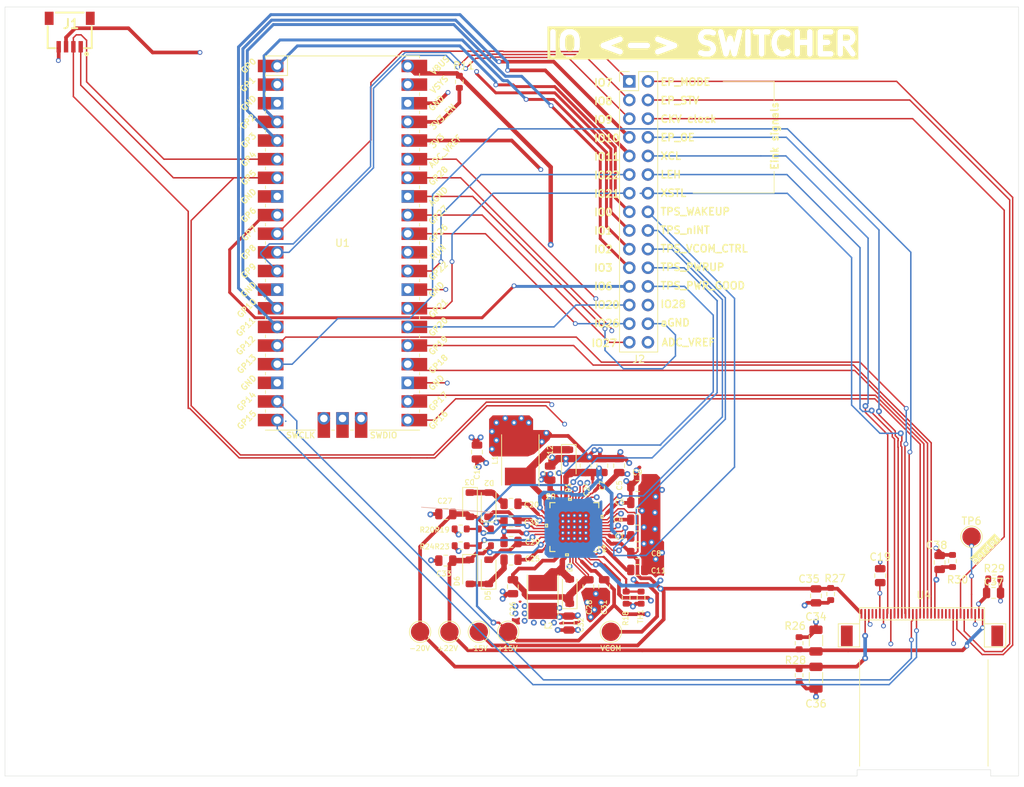
<source format=kicad_pcb>
(kicad_pcb (version 20221018) (generator pcbnew)
  (layers (0 "F.Cu" signal) (1 "In1.Cu" signal) (2 "In2.Cu" signal) (31 "B.Cu" signal) (34 "B.Paste" user) (35 "F.Paste" user) (36 "B.SilkS" user "B.Silkscreen") (37 "F.SilkS" user "F.Silkscreen") (38 "B.Mask" user) (39 "F.Mask" user) (44 "Edge.Cuts" user))
  (net 0 "")
  (net 1 "GND")
  (net 2 "/-15V")
  (net 3 "/EP_VCOM")
  (net 4 "/15V")
  (net 5 "/+22V")
  (net 6 "/-20V")
  (net 7 "EPD_VDD")
  (net 8 "/SCL")
  (net 9 "/SDA")
  (net 10 "3.3V")
  (net 13 "Net-(U1-3V3_EN)")
  (net 14 "/TPS_WAKEUP_A")
  (net 15 "/TPS_nINT_A")
  (net 16 "/TPS_VCOM_CTRL_A")
  (net 17 "/TPS_PWRUP_A")
  (net 18 "/TPS_PWR_GOOD_A")
  (net 19 "/EP_MODE_A")
  (net 20 "/EP_STV_A")
  (net 21 "/CKV_A")
  (net 22 "/EP_OE_A")
  (net 23 "/XCL_A")
  (net 24 "/D0")
  (net 25 "/D1")
  (net 26 "/D2")
  (net 27 "/D3")
  (net 28 "/D4")
  (net 29 "/D5")
  (net 30 "/D6")
  (net 31 "/D7")
  (net 32 "/IO20")
  (net 33 "/XSTL_A")
  (net 34 "/LEH_A")
  (net 36 "/IO26")
  (net 37 "/IO27")
  (net 38 "/AGND")
  (net 39 "/IO28")
  (net 40 "/ADC_VREF")
  (net 44 "/TPS_nINT")
  (net 45 "/TPS_WAKEUP")
  (net 46 "/TPS_VCOM_CTRL")
  (net 47 "/TPS_PWRUP")
  (net 48 "/TPS_PWR_GOOD")
  (net 49 "/XCL")
  (net 50 "/LEH")
  (net 51 "/EP_OE")
  (net 52 "/XSTL")
  (net 53 "/EP_MODE")
  (net 54 "/CKV")
  (net 55 "/EP_STV")
  (net 56 "Net-(U3-INT_LDO)")
  (net 57 "/VNEG_IN")
  (net 58 "Net-(D2-A)")
  (net 59 "Net-(D5-K)")
  (net 60 "Net-(D4-K)")
  (net 61 "Net-(D5-A)")
  (net 62 "Net-(D2-K)")
  (net 63 "Net-(D1-K)")
  (net 64 "Net-(D4-A)")
  (net 65 "VIN")
  (net 73 "Net-(U3-VREF)")
  (net 74 "Net-(U3-VEE_DRV)")
  (net 75 "Net-(U3-VDDH_DRV)")
  (net 76 "Net-(U3-TS)")
  (net 77 "Net-(U3-VEE_FB)")
  (net 78 "Net-(U3-VDDH_FB)")
  (net 79 "Net-(U4-BORDER)")
  (footprint "Capacitor_SMD:C_0805_2012Metric" (layer "F.Cu") (at 169.979 101.006 90)
    (fp_text reference "C28")
    (fp_text value "4.7uF")
  )
  (footprint "Resistor_SMD:R_0603_1608Metric" (layer "F.Cu") (at 175.1312 102.4966 90)
    (fp_text reference "R18")
    (fp_text value "43k")
  )
  (footprint "TestPoint:TestPoint_Pad_D2.5mm" (layer "F.Cu") (at 151.05 107.15)
    (fp_text reference "TP1" hide)
    (fp_text value "+22V")
  )
  (footprint "Diode_SMD:D_SOD-123" (layer "F.Cu") (at 153.85 89.83 -90)
    (fp_text reference "D3")
    (fp_text value "MBR0540")
  )
  (footprint "Capacitor_SMD:C_0805_2012Metric" (layer "F.Cu") (at 201 102.25 -90)
    (fp_text reference "C35")
    (fp_text value "1uF/25V")
  )
  (footprint "footprints:QWIIC_SM04B-SRSS-TB_LFSN_" (layer "F.Cu") (at 102.3 22.760315 180)
    (fp_text reference "J1")
    (fp_text value "SM04B-SRSS-TB_LF__SN_" hide)
  )
  (footprint "TestPoint:TestPoint_Pad_D2.5mm" (layer "F.Cu") (at 173.05 107.15)
    (fp_text reference "TP5" hide)
    (fp_text value "VCOM")
  )
  (footprint "Capacitor_SMD:C_0805_2012Metric" (layer "F.Cu") (at 154.8 82.65 -90)
    (fp_text reference "C10")
    (fp_text value "22uF")
  )
  (footprint "Inductor_SMD:L_Taiyo-Yuden_NR-40xx_HandSoldering" (layer "F.Cu") (at 163.756 102.403 90)
    (fp_text reference "L2")
    (fp_text value "2.2uH")
  )
  (footprint "Resistor_SMD:R_0603_1608Metric" (layer "F.Cu") (at 203 102 -90)
    (fp_text reference "R27")
    (fp_text value "47k")
  )
  (footprint "TestPoint:TestPoint_Pad_D2.5mm" (layer "F.Cu") (at 159.05 107.15)
    (fp_text reference "TP4" hide)
    (fp_text value "+15V")
  )
  (footprint "Capacitor_SMD:C_0805_2012Metric" (layer "F.Cu") (at 159.692 101.006 90)
    (fp_text reference "C26")
    (fp_text value "4.7uF")
  )
  (footprint "TestPoint:TestPoint_Pad_D2.5mm" (layer "F.Cu") (at 147.05 107.15)
    (fp_text reference "TP3" hide)
    (fp_text value "-20V")
  )
  (footprint "Capacitor_SMD:C_0805_2012Metric" (layer "F.Cu") (at 176.71 98.72 180)
    (fp_text reference "C11")
    (fp_text value "4.7uF")
  )
  (footprint "Resistor_SMD:R_0603_1608Metric" (layer "F.Cu") (at 152.4 32.2 90)
    (fp_text reference "R11")
    (fp_text value "5.1k")
  )
  (footprint "Capacitor_SMD:C_0805_2012Metric" (layer "F.Cu") (at 169.598 84.496 90)
    (fp_text reference "C24")
    (fp_text value "4.7uF")
  )
  (footprint "epaper-breakout:TPS651851RSLR" (layer "F.Cu") (at 168.074 92.878 180)
    (fp_text reference "U3")
    (fp_text value "TPS651851RSLR" hide)
  )
  (footprint "Capacitor_SMD:C_0805_2012Metric" (layer "F.Cu") (at 167.312 105.959 90)
    (fp_text reference "C32")
    (fp_text value "10uF")
  )
  (footprint "Capacitor_SMD:C_0805_2012Metric" (layer "F.Cu") (at 171.884 84.496 90)
    (fp_text reference "C7")
    (fp_text value "4.7uF")
  )
  (footprint "TestPoint:TestPoint_Pad_D2.5mm" (layer "F.Cu") (at 155.05 107.15)
    (fp_text reference "TP2" hide)
    (fp_text value "-15V")
  )
  (footprint "Capacitor_SMD:C_0805_2012Metric" (layer "F.Cu") (at 159.438 92.116 180)
    (fp_text reference "C30")
    (fp_text value "100nF")
  )
  (footprint "Capacitor_SMD:C_1206_3216Metric" (layer "F.Cu") (at 201 113.4 -90)
    (fp_text reference "C36")
    (fp_text value "1uF/50V")
  )
  (footprint "Capacitor_SMD:C_0805_2012Metric" (layer "F.Cu") (at 176.71 91.8747 180)
    (fp_text reference "C4")
    (fp_text value "4.7uF")
  )
  (footprint "Capacitor_SMD:C_0805_2012Metric" (layer "F.Cu") (at 164.772 85.512 90)
    (fp_text reference "C12")
    (fp_text value "10uF")
  )
  (footprint "Capacitor_SMD:C_0805_2012Metric" (layer "F.Cu") (at 174.17 84.496 -90)
    (fp_text reference "C5")
    (fp_text value "4.7uF")
  )
  (footprint "Resistor_SMD:R_0603_1608Metric" (layer "F.Cu") (at 225.3 99.95)
    (fp_text reference "R29")
    (fp_text value "47k")
  )
  (footprint "Capacitor_SMD:C_1206_3216Metric" (layer "F.Cu") (at 201 108.35 90)
    (fp_text reference "C34")
    (fp_text value "1uF/50V")
  )
  (footprint "Capacitor_SMD:C_0805_2012Metric" (layer "F.Cu") (at 176.71 94.148)
    (fp_text reference "C1")
    (fp_text value "4.7uF")
  )
  (footprint "Diode_SMD:D_SOD-123" (layer "F.Cu") (at 156.39 98.974 90)
    (fp_text reference "D5")
    (fp_text value "MBR0540")
  )
  (footprint "Inductor_SMD:L_Taiyo-Yuden_NR-50xx_HandSoldering" (layer "F.Cu") (at 160.708 83.734 90)
    (fp_text reference "L1")
    (fp_text value "4.7uH")
  )
  (footprint "Diode_SMD:D_SOD-123" (layer "F.Cu") (at 167.439 101.641 90)
    (fp_text reference "D4")
    (fp_text value "MBR0540")
  )
  (footprint "Capacitor_SMD:C_0805_2012Metric" (layer "F.Cu") (at 150.548 91.1)
    (fp_text reference "C27")
    (fp_text value "2.2uF")
  )
  (footprint "Capacitor_SMD:C_0805_2012Metric" (layer "F.Cu") (at 225.2 101.85)
    (fp_text reference "C37")
    (fp_text value "1uF/25V")
  )
  (footprint "Resistor_SMD:R_0603_1608Metric" (layer "F.Cu") (at 155.882 95.418 180)
    (fp_text reference "R23")
    (fp_text value "1M")
  )
  (footprint "Resistor_SMD:R_0603_1608Metric" (layer "F.Cu") (at 198.7 108.7 90)
    (fp_text reference "R26")
    (fp_text value "47k")
  )
  (footprint "Capacitor_SMD:C_0805_2012Metric" (layer "F.Cu") (at 172.138 101.006 90)
    (fp_text reference "C31")
    (fp_text value "4.7uF")
  )
  (footprint "Capacitor_SMD:C_0805_2012Metric" (layer "F.Cu") (at 176.71 87.29)
    (fp_text reference "C9")
    (fp_text value "10uF")
  )
  (footprint "Resistor_SMD:R_0603_1608Metric" (layer "F.Cu") (at 155.882 93.132 180)
    (fp_text reference "R19")
    (fp_text value "1M")
  )
  (footprint "footprints:RPi_Pico_SMD_TH" (layer "F.Cu") (at 136.475 54.17)
    (fp_text reference "U1")
    (fp_text value "Pico")
  )
  (footprint "Capacitor_SMD:C_0805_2012Metric" (layer "F.Cu") (at 159.438 97.323)
    (fp_text reference "C25")
    (fp_text value "10nF")
  )
  (footprint "Capacitor_SMD:C_0805_2012Metric" (layer "F.Cu") (at 176.71 96.434 180)
    (fp_text reference "C8")
    (fp_text value "4.7uF")
  )
  (footprint "Resistor_SMD:R_0603_1608Metric" (layer "F.Cu") (at 152.58 93.132 180)
    (fp_text reference "R20")
    (fp_text value "52.3k")
  )
  (footprint "Capacitor_SMD:C_0805_2012Metric" (layer "F.Cu") (at 209.75 99.5 90)
    (fp_text reference "C19")
    (fp_text value "10uF")
  )
  (footprint "Capacitor_SMD:C_0805_2012Metric" (layer "F.Cu") (at 217.85 97.7 90)
    (fp_text reference "C38")
    (fp_text value "1uF/25V")
  )
  (footprint "Capacitor_SMD:C_0805_2012Metric" (layer "F.Cu") (at 176.71 89.576 180)
    (fp_text reference "C6")
    (fp_text value "22uF")
  )
  (footprint "Resistor_SMD:R_0603_1608Metric" (layer "F.Cu") (at 177.1632 102.4966 -90)
    (fp_text reference "TH1")
    (fp_text value "10k/3380K")
  )
  (footprint "Diode_SMD:D_SOD-123" (layer "F.Cu") (at 156.39 89.83 90)
    (fp_text reference "D2")
    (fp_text value "MBR0540")
  )
  (footprint "Capacitor_SMD:C_0805_2012Metric" (layer "F.Cu") (at 159.438 94.91)
    (fp_text reference "C29")
    (fp_text value "100nF")
  )
  (footprint "footprints:X05A20H34G" (layer "F.Cu") (at 215.45 104.7)
    (fp_text reference "U4")
    (fp_text value "ED060XC5")
  )
  (footprint "TestPoint:TestPoint_Pad_D2.5mm" (layer "F.Cu") (at 222.2 94.2)
    (fp_text reference "TP6")
    (fp_text value "BOR")
  )
  (footprint "Capacitor_SMD:C_0805_2012Metric" (layer "F.Cu") (at 159.438 89.703)
    (fp_text reference "C20")
    (fp_text value "10nF")
  )
  (footprint "Resistor_SMD:R_0603_1608Metric" (layer "F.Cu") (at 219.6 97.5 90)
    (fp_text reference "R30")
    (fp_text value "100k")
  )
  (footprint "Connector_PinHeader_2.54mm:PinHeader_2x15_P2.54mm_Vertical" (layer "F.Cu") (at 175.56 32.14)
    (fp_text reference "J2")
    (fp_text value "Conn_02x15")
  )
  (footprint "Diode_SMD:D_SOD-123" (layer "F.Cu") (at 167.312 83.988 -90)
    (fp_text reference "D1")
    (fp_text value "MBR0540")
  )
  (footprint "Capacitor_SMD:C_0805_2012Metric" (layer "F.Cu") (at 150.548 97.45 180)
    (fp_text reference "C33")
    (fp_text value "2.2uF")
  )
  (footprint "Resistor_SMD:R_0603_1608Metric" (layer "F.Cu") (at 198.7 113.075 -90)
    (fp_text reference "R28")
    (fp_text value "47k")
  )
  (footprint "Diode_SMD:D_SOD-123" (layer "F.Cu") (at 153.85 98.974 -90)
    (fp_text reference "D6")
    (fp_text value "MBR0540")
  )
  (footprint "Resistor_SMD:R_0603_1608Metric" (layer "F.Cu") (at 152.58 95.418 180)
    (fp_text reference "R24")
    (fp_text value "47.5k")
  )
  (gr_line (start 147.238004 90.167987) (end 156.957995 90.887987) (stroke (width 0.1)) (layer "B.SilkS"))
  (gr_line (start 206.95 125.465) (end 206.95 110.935) (stroke (width 0.1)) (layer "F.SilkS"))
  (gr_line (start 224.45 125.465) (end 224.45 110.935) (stroke (width 0.1)) (layer "F.SilkS"))
  (gr_line (start 184.25 47.35) (end 195.3 47.35) (stroke (width 0.1)) (layer "F.SilkS"))
  (gr_line (start 195.3 47.35) (end 195.3 44.4) (stroke (width 0.1)) (layer "F.SilkS"))
  (gr_line (start 195.3 32.15) (end 195.3 34.85) (stroke (width 0.1)) (layer "F.SilkS"))
  (gr_line (start 188.35 32.15) (end 195.3 32.15) (stroke (width 0.1)) (layer "F.SilkS"))
  (gr_line (start 90.4795 126.803107) (end 90.4795 22) (stroke (width 0.05)) (layer "Edge.Cuts"))
  (gr_line (start 90.4795 22) (end 228.6 22) (stroke (width 0.05)) (layer "Edge.Cuts"))
  (gr_line (start 228.6 22) (end 228.6 126.797107) (stroke (width 0.05)) (layer "Edge.Cuts"))
  (gr_line (start 224.8 126.797107) (end 224.8 125.957107) (stroke (width 0.05)) (layer "Edge.Cuts"))
  (gr_line (start 224.8 126.797107) (end 228.6 126.797107) (stroke (width 0.05)) (layer "Edge.Cuts"))
  (gr_line (start 206.6 125.957107) (end 206.6 126.797107) (stroke (width 0.05)) (layer "Edge.Cuts"))
  (gr_line (start 224.8 125.957107) (end 206.6 125.957107) (stroke (width 0.05)) (layer "Edge.Cuts"))
  (gr_line (start 90.4795 126.797107) (end 206.6 126.797107) (stroke (width 0.05)) (layer "Edge.Cuts"))
  (gr_text "EP_OE" (at 179.7 40.376924) (layer "F.SilkS") (effects (font (size 1 1) (thickness 0.2) bold) (justify left bottom)))
  (gr_text "TPS_VCOM_CTRL" (at 179.7 55.51538) (layer "F.SilkS") (effects (font (size 1 1) (thickness 0.2) bold) (justify left bottom)))
  (gr_text "ADC_VREF" (at 179.85 68.3) (layer "F.SilkS") (effects (font (size 1 1) (thickness 0.2) bold) (justify left bottom)))
  (gr_text "XCL" (at 179.7 42.9) (layer "F.SilkS") (effects (font (size 1 1) (thickness 0.2) bold) (justify left bottom)))
  (gr_text "TPS_PWR_GOOD" (at 179.7 60.561532) (layer "F.SilkS") (effects (font (size 1 1) (thickness 0.2) bold) (justify left bottom)))
  (gr_text "IO7" (at 170.65 32.9) (layer "F.SilkS") (effects (font (size 1 1) (thickness 0.2) bold) (justify left bottom)))
  (gr_text "IO10" (at 170.65 40.469228) (layer "F.SilkS") (effects (font (size 1 1) (thickness 0.2) bold) (justify left bottom)))
  (gr_text "IO1" (at 170.65 53.084608) (layer "F.SilkS") (effects (font (size 1 1) (thickness 0.2) bold) (justify left bottom)))
  (gr_text "IO6" (at 170.65 60.653836) (layer "F.SilkS") (effects (font (size 1 1) (thickness 0.2) bold) (justify left bottom)))
  (gr_text "XSTL" (at 179.7 47.946152) (layer "F.SilkS") (effects (font (size 1 1) (thickness 0.2) bold) (justify left bottom)))
  (gr_text "border" (at 222.75 98.15 45) (layer "F.SilkS" knockout) (effects (font (size 1 1) (thickness 0.1)) (justify left bottom)))
  (gr_text "TPS_PWRUP" (at 179.7 58.038456) (layer "F.SilkS") (effects (font (size 1 1) (thickness 0.2) bold) (justify left bottom)))
  (gr_text "IO21" (at 170.65 48.038456) (layer "F.SilkS") (effects (font (size 1 1) (thickness 0.2) bold) (justify left bottom)))
  (gr_text "IO9" (at 170.65 37.946152) (layer "F.SilkS") (effects (font (size 1 1) (thickness 0.2) bold) (justify left bottom)))
  (gr_text "TPS_nINT" (at 179.7 52.992304) (layer "F.SilkS") (effects (font (size 1 1) (thickness 0.2) bold) (justify left bottom)))
  (gr_text "IO22" (at 170.65 45.51538) (layer "F.SilkS") (effects (font (size 1 1) (thickness 0.2) bold) (justify left bottom)))
  (gr_text "TPS_WAKEUP" (at 179.7 50.469228) (layer "F.SilkS") (effects (font (size 1 1) (thickness 0.2) bold) (justify left bottom)))
  (gr_text "IO3" (at 170.65 58.13076) (layer "F.SilkS") (effects (font (size 1 1) (thickness 0.2) bold) (justify left bottom)))
  (gr_text "aGND\n" (at 179.7 65.607696) (layer "F.SilkS") (effects (font (size 1 1) (thickness 0.2) bold) (justify left bottom)))
  (gr_text "IO11" (at 170.65 42.992304) (layer "F.SilkS") (effects (font (size 1 1) (thickness 0.2) bold) (justify left bottom)))
  (gr_text "IO <-> SWITCHER" (at 163.95 28.8) (layer "F.SilkS" knockout) (effects (font (size 3 3) (thickness 0.75) bold) (justify left bottom)))
  (gr_text "EP_MODE" (at 179.7 32.807696) (layer "F.SilkS") (effects (font (size 1 1) (thickness 0.2) bold) (justify left bottom)))
  (gr_text "IO20" (at 170.65 63.176912) (layer "F.SilkS") (effects (font (size 1 1) (thickness 0.2) bold) (justify left bottom)))
  (gr_text "IO27" (at 170.3 68.4) (layer "F.SilkS") (effects (font (size 1 1) (thickness 0.2) bold) (justify left bottom)))
  (gr_text "Eink signals" (at 195.95 44.3 90) (layer "F.SilkS") (effects (font (size 1 1) (thickness 0.2) bold) (justify left bottom)))
  (gr_text "LEH" (at 179.7 45.423076) (layer "F.SilkS") (effects (font (size 1 1) (thickness 0.2) bold) (justify left bottom)))
  (gr_text "CKV clock" (at 179.7 37.853848) (layer "F.SilkS") (effects (font (size 1 1) (thickness 0.2) bold) (justify left bottom)))
  (gr_text "IO8" (at 170.65 35.423076) (layer "F.SilkS") (effects (font (size 1 1) (thickness 0.2) bold) (justify left bottom)))
  (gr_text "IO28" (at 179.7 63.084608) (layer "F.SilkS") (effects (font (size 1 1) (thickness 0.2) bold) (justify left bottom)))
  (gr_text "EP_STV" (at 179.7 35.330772) (layer "F.SilkS") (effects (font (size 1 1) (thickness 0.2) bold) (justify left bottom)))
  (gr_text "IO26" (at 170.65 65.7) (layer "F.SilkS") (effects (font (size 1 1) (thickness 0.2) bold) (justify left bottom)))
  (gr_text "IO2" (at 170.65 55.607684) (layer "F.SilkS") (effects (font (size 1 1) (thickness 0.2) bold) (justify left bottom)))
  (gr_text "IO0" (at 170.65 50.561532) (layer "F.SilkS") (effects (font (size 1 1) (thickness 0.2) bold) (justify left bottom)))
  (via (at 160.05 103.65) (size 0.8) (drill 0.4) (layers "F.Cu" "B.Cu") (net 0))
  (via (at 165.3 105.9) (size 0.8) (drill 0.4) (layers "F.Cu" "B.Cu") (net 0))
  (via (at 163.8 105.9) (size 0.8) (drill 0.4) (layers "F.Cu" "B.Cu") (net 0))
  (via (at 161.3 105.65) (size 0.8) (drill 0.4) (layers "F.Cu" "B.Cu") (net 0))
  (via (at 161.3 103.65) (size 0.8) (drill 0.4) (layers "F.Cu" "B.Cu") (net 0))
  (via (at 161.3 104.65) (size 0.8) (drill 0.4) (layers "F.Cu" "B.Cu") (net 0))
  (via (at 162.55 105.9) (size 0.8) (drill 0.4) (layers "F.Cu" "B.Cu") (net 0))
  (via (at 160.05 104.65) (size 0.8) (drill 0.4) (layers "F.Cu" "B.Cu") (net 0))
  (segment (start 128.75 78.45) (end 128.735 78.45) (width 0.2) (layer "B.Cu") (net 0))
  (segment (start 201 103.2) (end 199.8 103.2) (width 0.5) (layer "F.Cu") (net 1))
  (segment (start 169.873999 89.278) (end 170.337999 88.814) (width 0.2) (layer "F.Cu") (net 1))
  (segment (start 145.365 73.22) (end 150.72 73.22) (width 0.2) (layer "F.Cu") (net 1))
  (segment (start 158.994 101.956) (end 158.3 102.65) (width 0.5) (layer "F.Cu") (net 1))
  (segment (start 219.7 108.7) (end 219.75 108.75) (width 0.2) (layer "F.Cu") (net 1))
  (segment (start 208.2 104.7) (end 208.2 105.962088) (width 0.2) (layer "F.Cu") (net 1))
  (segment (start 208.2 105.962088) (end 208.375 106.137088) (width 0.2) (layer "F.Cu") (net 1))
  (segment (start 218.275 96.675) (end 217.85 96.25) (width 0.5) (layer "F.Cu") (net 1))
  (segment (start 199.675 114.875) (end 198.7 113.9) (width 0.5) (layer "F.Cu") (net 1))
  (segment (start 173.626992 93.088008) (end 174.043 92.672) (width 0.2) (layer "F.Cu") (net 1))
  (segment (start 167.474001 95.853) (end 167.484009 95.863008) (width 0.2) (layer "F.Cu") (net 1))
  (segment (start 169.598 82.835998) (end 169.598 83.546) (width 0.5) (layer "F.Cu") (net 1))
  (segment (start 151.755 93.355) (end 152.3 93.9) (width 0.5) (layer "F.Cu") (net 1))
  (segment (start 201 114.875) (end 201 116) (width 0.5) (layer "F.Cu") (net 1))
  (segment (start 151.755 95.418) (end 151.755 95.605) (width 0.5) (layer "F.Cu") (net 1))
  (segment (start 164.772 84.562) (end 165.788 83.546) (width 1) (layer "F.Cu") (net 1))
  (segment (start 149.38 35.12) (end 150.85 33.65) (width 0.5) (layer "F.Cu") (net 1))
  (segment (start 97.8 27.421315) (end 97.8 29.25) (width 0.5) (layer "F.Cu") (net 1))
  (segment (start 171.059008 93.088008) (end 173.626992 93.088008) (width 0.2) (layer "F.Cu") (net 1))
  (segment (start 167.312 106.909) (end 165.809 106.909) (width 0.5) (layer "F.Cu") (net 1))
  (segment (start 200 107.875) (end 201 106.875) (width 0.5) (layer "F.Cu") (net 1))
  (segment (start 201 103.2) (end 202.625 103.2) (width 0.5) (layer "F.Cu") (net 1))
  (segment (start 211.2 104.7) (end 211.2 108.8) (width 0.2) (layer "F.Cu") (net 1))
  (segment (start 202.625 103.2) (end 203 102.825) (width 0.5) (layer "F.Cu") (net 1))
  (segment (start 199.8 103.2) (end 199.45 103.55) (width 0.5) (layer "F.Cu") (net 1))
  (segment (start 167.484009 98.167935) (end 167.417281 98.234663) (width 0.2) (layer "F.Cu") (net 1))
  (segment (start 168.541 106.909) (end 168.55 106.9) (width 0.5) (layer "F.Cu") (net 1))
  (segment (start 158.488 93.462) (end 158.488 92.116) (width 0.5) (layer "F.Cu") (net 1))
  (segment (start 145.365 35.12) (end 149.38 35.12) (width 0.5) (layer "F.Cu") (net 1))
  (segment (start 169.873999 89.903) (end 169.873999 89.278) (width 0.2) (layer "F.Cu") (net 1))
  (segment (start 159.692 101.956) (end 158.994 101.956) (width 0.5) (layer "F.Cu") (net 1))
  (segment (start 172.651736 92.278001) (end 173.877737 91.052) (width 0.2) (layer "F.Cu") (net 1))
  (segment (start 174.35 82.65) (end 174.17 82.83) (width 0.5) (layer "F.Cu") (net 1))
  (segment (start 170.8 82.4) (end 170.12927 83.07073) (width 0.5) (layer "F.Cu") (net 1))
  (segment (start 165.788 83.546) (end 166.904 83.546) (width 1) (layer "F.Cu") (net 1))
  (segment (start 158.488 93.462) (end 160.612 93.462) (width 0.5) (layer "F.Cu") (net 1))
  (segment (start 150.53 60.52) (end 150.55 60.5) (width 0.2) (layer "F.Cu") (net 1))
  (segment (start 174.17 82.83) (end 174.17 83.546) (width 0.5) (layer "F.Cu") (net 1))
  (segment (start 154.8 81.7) (end 154.8 81.4) (width 0.5) (layer "F.Cu") (net 1))
  (segment (start 158.488 94.91) (end 158.488 93.462) (width 0.5) (layer "F.Cu") (net 1))
  (segment (start 154.8 81.7) (end 154.8 81.15) (width 0.5) (layer "F.Cu") (net 1))
  (segment (start 157.584785 92.116) (end 157.446686 92.254099) (width 0.5) (layer "F.Cu") (net 1))
  (segment (start 154.8 81.4) (end 154.05 80.65) (width 0.5) (layer "F.Cu") (net 1))
  (segment (start 177.1632 103.3216) (end 176.4716 103.3216) (width 0.5) (layer "F.Cu") (net 1))
  (segment (start 161.813181 93.477999) (end 161.546777 93.744403) (width 0.2) (layer "F.Cu") (net 1))
  (segment (start 165.099 93.477999) (end 161.813181 93.477999) (width 0.2) (layer "F.Cu") (net 1))
  (segment (start 175.6816 103.3216) (end 176.05 103.69) (width 0.5) (layer "F.Cu") (net 1))
  (segment (start 158.488 92.116) (end 157.584785 92.116) (width 0.5) (layer "F.Cu") (net 1))
  (segment (start 226.15 99.975) (end 226.125 99.95) (width 0.5) (layer "F.Cu") (net 1))
  (segment (start 226.15 101.85) (end 226.15 102.95) (width 0.5) (layer "F.Cu") (net 1))
  (segment (start 171.55 82.4) (end 171.55 83.212) (width 0.5) (layer "F.Cu") (net 1))
  (segment (start 171.55 83.212) (end 171.884 83.546) (width 0.5) (layer "F.Cu") (net 1))
  (segment (start 173.877737 91.052) (end 174.424 91.052) (width 0.2) (layer "F.Cu") (net 1))
  (segment (start 198.7 107.875) (end 200 107.875) (width 0.5) (layer "F.Cu") (net 1))
  (segment (start 174.17 83.546) (end 170.336262 83.546) (width 1) (layer "F.Cu") (net 1))
  (segment (start 167.312 106.909) (end 168.541 106.909) (width 0.5) (layer "F.Cu") (net 1))
  (segment (start 151.755 95.605) (end 152.3 96.15) (width 0.5) (layer "F.Cu") (net 1))
  (segment (start 166.904 83.546) (end 169.922278 83.546) (width 1) (layer "F.Cu") (net 1))
  (segment (start 226.15 101.85) (end 226.15 99.975) (width 0.5) (layer "F.Cu") (net 1))
  (segment (start 201 114.875) (end 199.675 114.875) (width 0.5) (layer "F.Cu") (net 1))
  (segment (start 219.6 96.675) (end 218.275 96.675) (width 0.5) (layer "F.Cu") (net 1))
  (segment (start 222.7 104.7) (end 222.7 106.15) (width 0.2) (layer "F.Cu") (net 1))
  (segment (start 167.484009 95.863008) (end 167.484009 98.167935) (width 0.2) (layer "F.Cu") (net 1))
  (segment (start 151.755 93.132) (end 151.755 93.355) (width 0.5) (layer "F.Cu") (net 1))
  (segment (start 150.72 73.22) (end 150.75 73.25) (width 0.2) (layer "F.Cu") (net 1))
  (segment (start 172.138 102.720999) (end 171.708999 103.15) (width 0.5) (layer "F.Cu") (net 1))
  (segment (start 174.17 83.546) (end 175.154 83.546) (width 0.5) (layer "F.Cu") (net 1))
  (segment (start 201 106.875) (end 201 105.8) (width 0.5) (layer "F.Cu") (net 1))
  (segment (start 169.979 101.956) (end 170.994 101.956) (width 0.5) (layer "F.Cu") (net 1))
  (segment (start 170.274001 96.336872) (end 170.498129 96.561) (width 0.2) (layer "F.Cu") (net 1))
  (segment (start 174.17 83.546) (end 174.946 83.546) (width 0.5) (layer "F.Cu") (net 1))
  (segment (start 172.138 101.956) (end 172.138 102.720999) (width 0.5) (layer "F.Cu") (net 1))
  (segment (start 148.45 91.15) (end 148.5 91.1) (width 0.5) (layer "F.Cu") (net 1))
  (segment (start 210.2 104.7) (end 210.2 106.35) (width 0.2) (layer "F.Cu") (net 1))
  (segment (start 169.922278 83.546) (end 170.12927 83.339008) (width 1) (layer "F.Cu") (net 1))
  (segment (start 171.049 93.078) (end 171.059008 93.088008) (width 0.2) (layer "F.Cu") (net 1))
  (segment (start 169.979 102.971) (end 169.8 103.15) (width 0.5) (layer "F.Cu") (net 1))
  (segment (start 174.946 83.546) (end 175.55 84.15) (width 0.5) (layer "F.Cu") (net 1))
  (segment (start 164.66001 80.46001) (end 167.222012 80.46001) (width 0.5) (layer "F.Cu") (net 1))
  (segment (start 167.222012 80.46001) (end 169.598 82.835998) (width 0.5) (layer "F.Cu") (net 1))
  (segment (start 154.8 81.15) (end 155.3 80.65) (width 0.5) (layer "F.Cu") (net 1))
  (segment (start 145.365 60.52) (end 150.53 60.52) (width 0.2) (layer "F.Cu") (net 1))
  (segment (start 148.6 97.45) (end 148.55 97.4) (width 0.5) (layer "F.Cu") (net 1))
  (segment (start 149.598 97.45) (end 148.6 97.45) (width 0.5) (layer "F.Cu") (net 1))
  (segment (start 217.85 96.25) (end 217.35 95.75) (width 0.5) (layer "F.Cu") (net 1))
  (segment (start 170.12927 83.07073) (end 170.12927 83.339008) (width 0.5) (layer "F.Cu") (net 1))
  (segment (start 164.772 84.562) (end 164.772 83.709068) (width 0.5) (layer "F.Cu") (net 1))
  (segment (start 176.1032 103.69) (end 176.4716 103.3216) (width 0.5) (layer "F.Cu") (net 1))
  (segment (start 170.994 101.956) (end 172.138 101.956) (width 0.5) (layer "F.Cu") (net 1))
  (segment (start 160.612 93.462) (end 160.894403 93.744403) (width 0.5) (layer "F.Cu") (net 1))
  (segment (start 160.894403 93.744403) (end 161.546777 93.744403) (width 0.5) (layer "F.Cu") (net 1))
  (segment (start 171.122 96.561) (end 171.501743 96.181257) (width 0.2) (layer "F.Cu") (net 1))
  (segment (start 170.498129 96.561) (end 171.122 96.561) (width 0.2) (layer "F.Cu") (net 1))
  (segment (start 97.8 29.25) (end 97.75 29.3) (width 0.5) (layer "F.Cu") (net 1))
  (segment (start 217.85 96.75) (end 217.85 96.25) (width 0.5) (layer "F.Cu") (net 1))
  (segment (start 170.274001 95.853) (end 170.274001 96.336872) (width 0.2) (layer "F.Cu") (net 1))
  (segment (start 148.5 91.1) (end 149.598 91.1) (width 0.5) (layer "F.Cu") (net 1))
  (segment (start 164.772 83.709068) (end 165.065534 83.415534) (width 0.5) (layer "F.Cu") (net 1))
  (segment (start 219.7 104.7) (end 219.7 108.7) (width 0.2) (layer "F.Cu") (net 1))
  (segment (start 175.1312 103.3216) (end 175.6816 103.3216) (width 0.5) (layer "F.Cu") (net 1))
  (segment (start 164.25 80.05) (end 164.66001 80.46001) (width 0.5) (layer "F.Cu") (net 1))
  (segment (start 158.606 101.956) (end 158.3 101.65) (width 0.5) (layer "F.Cu") (net 1))
  (segment (start 169.979 101.956) (end 169.979 102.971) (width 0.5) (layer "F.Cu") (net 1))
  (segment (start 176.05 103.69) (end 176.1032 103.69) (width 0.5) (layer "F.Cu") (net 1))
  (segment (start 165.809 106.909) (end 165.8 106.9) (width 0.5) (layer "F.Cu") (net 1))
  (segment (start 170.337999 88.814) (end 171.122 88.814) (width 0.2) (layer "F.Cu") (net 1))
  (segment (start 170.336262 83.546) (end 170.12927 83.339008) (width 1) (layer "F.Cu") (net 1))
  (segment (start 159.692 101.956) (end 158.606 101.956) (width 0.5) (layer "F.Cu") (net 1))
  (segment (start 209.75 98.55) (end 209.75 97.65) (width 0.2) (layer "F.Cu") (net 1))
  (segment (start 171.049 92.278001) (end 172.651736 92.278001) (width 0.2) (layer "F.Cu") (net 1))
  (via (at 201 116) (size 0.8) (drill 0.4) (layers "F.Cu" "B.Cu") (net 1))
  (via (at 180.026041 96.376041) (size 0.8) (drill 0.4) (layers "F.Cu" "B.Cu") (net 1))
  (via (at 175.55 84.15) (size 0.8) (drill 0.4) (layers "F.Cu" "B.Cu") (net 1))
  (via (at 152.3 96.15) (size 0.8) (drill 0.4) (layers "F.Cu" "B.Cu") (net 1))
  (via (at 211.2 108.8) (size 0.65) (drill 0.4) (layers "F.Cu" "B.Cu") (net 1))
  (via (at 174.35 82.65) (size 0.8) (drill 0.4) (layers "F.Cu" "B.Cu") (net 1))
  (via (at 150.55 60.5) (size 0.65) (drill 0.4) (layers "F.Cu" "B.Cu") (net 1))
  (via (at 156.85 79.85) (size 0.8) (drill 0.4) (layers "F.Cu" "B.Cu") (net 1))
  (via (at 170.8 104.15) (size 0.8) (drill 0.4) (layers "F.Cu" "B.Cu") (net 1))
  (via (at 179.138174 88.738174) (size 0.8) (drill 0.4) (layers "F.Cu" "B.Cu") (net 1))
  (via (at 158.65 78.05) (size 0.8) (drill 0.4) (layers "F.Cu" "B.Cu") (net 1))
  (via (at 154.05 80.65) (size 0.8) (drill 0.4) (layers "F.Cu" "B.Cu") (net 1))
  (via (at 177.55 95.15) (size 0.8) (drill 0.4) (layers "F.Cu" "B.Cu") (net 1))
  (via (at 152.3 93.9) (size 0.8) (drill 0.4) (layers "F.Cu" "B.Cu") (net 1))
  (via (at 150.85 33.65) (size 0.65) (drill 0.4) (layers "F.Cu" "B.Cu") (net 1))
  (via (at 201 105.8) (size 0.8) (drill 0.4) (layers "F.Cu" "B.Cu") (net 1))
  (via (at 222.7 106.15) (size 0.65) (drill 0.4) (layers "F.Cu" "B.Cu") (net 1))
  (via (at 157.45 78.65) (size 0.8) (drill 0.4) (layers "F.Cu" "B.Cu") (net 1))
  (via (at 178.594669 94.944669) (size 0.8) (drill 0.4) (layers "F.Cu" "B.Cu") (net 1))
  (via (at 148.45 91.15) (size 0.8) (drill 0.4) (layers "F.Cu" "B.Cu") (net 1))
  (via (at 157.45 81.05) (size 0.8) (drill 0.4) (layers "F.Cu" "B.Cu") (net 1))
  (via (at 179.151041 97.251041) (size 0.8) (drill 0.4) (layers "F.Cu" "B.Cu") (net 1))
  (via (at 158.3 102.65) (size 0.8) (drill 0.4) (layers "F.Cu" "B.Cu") (net 1))
  (via (at 157.446686 92.254099) (size 0.8) (drill 0.4) (layers "F.Cu" "B.Cu") (net 1))
  (via (at 164.25 80.05) (size 0.8) (drill 0.4) (layers "F.Cu" "B.Cu") (net 1))
  (via (at 156.85 82.25) (size 0.8) (drill 0.4) (layers "F.Cu" "B.Cu") (net 1))
  (via (at 170.994 101.956) (size 0.8) (drill 0.4) (layers "F.Cu" "B.Cu") (net 1))
  (via (at 150.75 73.25) (size 0.65) (drill 0.4) (layers "F.Cu" "B.Cu") (net 1))
  (via (at 167.417281 98.234663) (size 0.8) (drill 0.4) (layers "F.Cu" "B.Cu") (net 1))
  (via (at 170.8 82.4) (size 0.8) (drill 0.4) (layers "F.Cu" "B.Cu") (net 1))
  (via (at 165.8 106.9) (size 0.8) (drill 0.4) (layers "F.Cu" "B.Cu") (net 1))
  (via (at 166.899694 84.249694) (size 0.8) (drill 0.4) (layers "F.Cu" "B.Cu") (net 1))
  (via (at 170.12927 83.339008) (size 0.8) (drill 0.4) (layers "F.Cu" "B.Cu") (net 1))
  (via (at 160.85 78.05) (size 0.8) (drill 0.4) (layers "F.Cu" "B.Cu") (net 1))
  (via (at 174.424 91.052) (size 0.8) (drill 0.4) (layers "F.Cu" "B.Cu") (net 1))
  (via (at 177.55 92.9) (size 0.8) (drill 0.4) (layers "F.Cu" "B.Cu") (net 1))
  (via (at 171.708999 103.15) (size 0.8) (drill 0.4) (layers "F.Cu" "B.Cu") (net 1))
  (via (at 171.55 82.4) (size 0.8) (drill 0.4) (layers "F.Cu" "B.Cu") (net 1))
  (via (at 171.122 88.814) (size 0.8) (drill 0.4) (layers "F.Cu" "B.Cu") (net 1))
  (via (at 209.75 97.65) (size 0.6) (drill 0.3) (layers "F.Cu" "B.Cu") (net 1))
  (via (at 179.05 93.15) (size 0.8) (drill 0.4) (layers "F.Cu" "B.Cu") (net 1))
  (via (at 168.55 106.9) (size 0.8) (drill 0.4) (layers "F.Cu" "B.Cu") (net 1))
  (via (at 180.016421 87.809927) (size 0.8) (drill 0.4) (layers "F.Cu" "B.Cu") (net 1))
  (via (at 179.05 90.9) (size 0.8) (drill 0.4) (layers "F.Cu" "B.Cu") (net 1))
  (via (at 171.501743 96.181257) (size 0.8) (drill 0.4) (layers "F.Cu" "B.Cu") (net 1))
  (via (at 177.3 90.65) (size 0.8) (drill 0.4) (layers "F.Cu" "B.Cu") (net 1))
  (via (at 148.55 97.4) (size 0.8) (drill 0.4) (layers "F.Cu" "B.Cu") (net 1))
  (via (at 169.8 103.15) (size 0.8) (drill 0.4) (layers "F.Cu" "B.Cu") (net 1))
  (via (at 163.65 81.25) (size 0.8) (drill 0.4) (layers "F.Cu" "B.Cu") (net 1))
  (via (at 97.75 29.3) (size 0.65) (drill 0.4) (layers "F.Cu" "B.Cu") (net 1))
  (via (at 166.904 83.546) (size 0.8) (drill 0.4) (layers "F.Cu" "B.Cu") (net 1))
  (via (at 165.065534 83.415534) (size 0.8) (drill 0.4) (layers "F.Cu" "B.Cu") (net 1))
  (via (at 176.05 103.69) (size 0.8) (drill 0.4) (layers "F.Cu" "B.Cu") (net 1))
  (via (at 159.85 78.65) (size 0.8) (drill 0.4) (layers "F.Cu" "B.Cu") (net 1))
  (via (at 219.75 108.75) (size 0.65) (drill 0.4) (layers "F.Cu" "B.Cu") (net 1))
  (via (at 210.2 106.35) (size 0.65) (drill 0.4) (layers "F.Cu" "B.Cu") (net 1))
  (via (at 226.15 102.95) (size 0.65) (drill 0.4) (layers "F.Cu" "B.Cu") (net 1))
  (via (at 170.3 105.15) (size 0.8) (drill 0.4) (layers "F.Cu" "B.Cu") (net 1))
  (via (at 161.546777 93.744403) (size 0.8) (drill 0.4) (layers "F.Cu" "B.Cu") (net 1))
  (via (at 208.375 106.137088) (size 0.65) (drill 0.4) (layers "F.Cu" "B.Cu") (net 1))
  (via (at 158.488 93.462) (size 0.8) (drill 0.4) (layers "F.Cu" "B.Cu") (net 1))
  (via (at 155.3 80.65) (size 0.8) (drill 0.4) (layers "F.Cu" "B.Cu") (net 1))
  (via (at 174.043 92.672) (size 0.8) (drill 0.4) (layers "F.Cu" "B.Cu") (net 1))
  (via (at 217.35 95.75) (size 0.65) (drill 0.4) (layers "F.Cu" "B.Cu") (net 1))
  (via (at 158.3 101.65) (size 0.8) (drill 0.4) (layers "F.Cu" "B.Cu") (net 1))
  (via (at 161.85 78.65) (size 0.8) (drill 0.4) (layers "F.Cu" "B.Cu") (net 1))
  (via (at 199.45 103.55) (size 0.8) (drill 0.4) (layers "F.Cu" "B.Cu") (net 1))
  (segment (start 166.904 84.245388) (end 166.899694 84.249694) (width 0.5) (layer "B.Cu") (net 1))
  (segment (start 166.904 83.546) (end 166.904 84.245388) (width 0.5) (layer "B.Cu") (net 1))
  (segment (start 176.67 99.388381) (end 176.67 97.344) (width 0.5) (layer "F.Cu") (net 2))
  (segment (start 176.456 96.434) (end 175.76 96.434) (width 0.25) (layer "F.Cu") (net 2))
  (segment (start 177.136619 99.855) (end 176.67 99.388381) (width 0.5) (layer "F.Cu") (net 2))
  (segment (start 174.441999 95.115999) (end 175.76 96.434) (width 0.5) (layer "F.Cu") (net 2))
  (segment (start 172.723106 94.80801) (end 172.651548 94.736452) (width 0.5) (layer "F.Cu") (net 2))
  (segment (start 176.71 91.343078) (end 176.71 96.18) (width 0.25) (layer "F.Cu") (net 2))
  (segment (start 176.67 97.344) (end 175.76 96.434) (width 0.5) (layer "F.Cu") (net 2))
  (segment (start 179.504806 100.96) (end 179.464487 100.96) (width 0.5) (layer "F.Cu") (net 2))
  (segment (start 203.925 101.275) (end 207 104.475) (width 0.5) (layer "F.Cu") (net 2))
  (segment (start 173.079096 95.164) (end 173.352198 95.164) (width 0.5) (layer "F.Cu") (net 2))
  (segment (start 172.268 94.278) (end 172.689 94.699) (width 0.2) (layer "F.Cu") (net 2))
  (segment (start 171.049 91.877999) (end 172.542608 91.877999) (width 0.2) (layer "F.Cu") (net 2))
  (segment (start 173.079096 95.164) (end 172.723106 94.80801) (width 0.5) (layer "F.Cu") (net 2))
  (segment (start 178.99 100.485513) (end 178.99 100.445194) (width 0.5) (layer "F.Cu") (net 2))
  (segment (start 178.399806 99.855) (end 177.136619 99.855) (width 0.5) (layer "F.Cu") (net 2))
  (segment (start 178.99 100.445194) (end 178.399806 99.855) (width 0.5) (layer "F.Cu") (net 2))
  (segment (start 171.049 94.278) (end 172.268 94.278) (width 0.2) (layer "F.Cu") (net 2))
  (segment (start 179.464487 100.96) (end 178.99 100.485513) (width 0.5) (layer "F.Cu") (net 2))
  (segment (start 176.71 96.18) (end 176.456 96.434) (width 0.25) (layer "F.Cu") (net 2))
  (segment (start 179.819806 101.275) (end 180.25 101.705194) (width 0.5) (layer "F.Cu") (net 2))
  (segment (start 180.25 101.705194) (end 180.25 105.45) (width 0.5) (layer "F.Cu") (net 2))
  (segment (start 179.819806 101.275) (end 203.925 101.275) (width 0.5) (layer "F.Cu") (net 2))
  (segment (start 172.542608 91.877999) (end 174.028608 90.391999) (width 0.2) (layer "F.Cu") (net 2))
  (segment (start 174.858999 90.391999) (end 175.35669 90.88969) (width 0.2) (layer "F.Cu") (net 2))
  (segment (start 174.028608 90.391999) (end 174.858999 90.391999) (width 0.2) (layer "F.Cu") (net 2))
  (segment (start 173.400199 95.115999) (end 174.441999 95.115999) (width 0.5) (layer "F.Cu") (net 2))
  (segment (start 176.256612 90.88969) (end 176.71 91.343078) (width 0.2) (layer "F.Cu") (net 2))
  (segment (start 180.25 105.45) (end 176.69 109.01) (width 0.5) (layer "F.Cu") (net 2))
  (segment (start 175.35669 90.88969) (end 176.256612 90.88969) (width 0.2) (layer "F.Cu") (net 2))
  (segment (start 173.352198 95.164) (end 173.400199 95.115999) (width 0.5) (layer "F.Cu") (net 2))
  (segment (start 176.69 109.01) (end 156.91 109.01) (width 0.5) (layer "F.Cu") (net 2))
  (segment (start 156.91 109.01) (end 155.05 107.15) (width 0.5) (layer "F.Cu") (net 2))
  (segment (start 179.819806 101.275) (end 179.504806 100.96) (width 0.5) (layer "F.Cu") (net 2))
  (via (at 179.819806 101.275) (size 0.8) (drill 0.4) (layers "F.Cu" "B.Cu") (net 2))
  (segment (start 179.825 101.275) (end 179.819806 101.275) (width 0.5) (layer "B.Cu") (net 2))
  (segment (start 170.6775 88.1155) (end 171.249 87.544) (width 0.3) (layer "F.Cu") (net 3))
  (segment (start 169.474 89.903) (end 169.474 89.168869) (width 0.2) (layer "F.Cu") (net 3))
  (segment (start 179.35 101.95) (end 178.05 100.65) (width 0.5) (layer "F.Cu") (net 3))
  (segment (start 171.4715 87.3215) (end 172.2945 87.3215) (width 0.75) (layer "F.Cu") (net 3))
  (segment (start 170.339869 88.303) (end 170.49 88.303) (width 0.2) (layer "F.Cu") (net 3))
  (segment (start 219.6 98.325) (end 218.175 98.325) (width 0.5) (layer "F.Cu") (net 3))
  (segment (start 172.2945 87.3215) (end 174.17 85.446) (width 0.75) (layer "F.Cu") (net 3))
  (segment (start 217.4 99.1) (end 217.85 98.65) (width 0.2) (layer "F.Cu") (net 3))
  (segment (start 179.35 105.05) (end 179.35 101.95) (width 0.5) (layer "F.Cu") (net 3))
  (segment (start 170.868 87.925) (end 171.4715 87.3215) (width 0.5) (layer "F.Cu") (net 3))
  (segment (start 175.3 85.65) (end 174.374 85.65) (width 0.5) (layer "F.Cu") (net 3))
  (segment (start 176.751035 100.65) (end 176.141535 100.0405) (width 0.5) (layer "F.Cu") (net 3))
  (segment (start 170.49 88.303) (end 170.6775 88.1155) (width 0.2) (layer "F.Cu") (net 3))
  (segment (start 218.175 98.325) (end 217.85 98.65) (width 0.5) (layer "F.Cu") (net 3))
  (segment (start 217.2 100.25) (end 217.4 100.05) (width 0.2) (layer "F.Cu") (net 3))
  (segment (start 170.6775 88.1155) (end 170.868 87.925) (width 0.2) (layer "F.Cu") (net 3))
  (segment (start 174.374 85.65) (end 174.17 85.446) (width 0.5) (layer "F.Cu") (net 3))
  (segment (start 173.05 107.15) (end 177.25 107.15) (width 0.5) (layer "F.Cu") (net 3))
  (segment (start 217.4 100.05) (end 217.4 99.1) (width 0.2) (layer "F.Cu") (net 3))
  (segment (start 217.2 104.7) (end 217.2 100.25) (width 0.2) (layer "F.Cu") (net 3))
  (segment (start 169.474 89.168869) (end 170.339869 88.303) (width 0.2) (layer "F.Cu") (net 3))
  (segment (start 177.25 107.15) (end 179.35 105.05) (width 0.5) (layer "F.Cu") (net 3))
  (segment (start 178.05 100.65) (end 176.751035 100.65) (width 0.5) (layer "F.Cu") (net 3))
  (via (at 175.3 85.65) (size 0.8) (drill 0.4) (layers "F.Cu" "B.Cu") (net 3))
  (via (at 176.141535 100.0405) (size 0.8) (drill 0.4) (layers "F.Cu" "B.Cu") (net 3))
  (via (at 217.4 100.05) (size 0.8) (drill 0.4) (layers "F.Cu" "B.Cu") (net 3))
  (segment (start 168.673999 95.853) (end 168.673999 97.160999) (width 0.2) (layer "F.Cu") (net 4))
  (segment (start 224.25 102.25) (end 223.15 103.35) (width 0.5) (layer "F.Cu") (net 4))
  (segment (start 157.8 105.9) (end 159.05 107.15) (width 0.3) (layer "F.Cu") (net 4))
  (segment (start 168.65 108.35) (end 160.25 108.35) (width 0.5) (layer "F.Cu") (net 4))
  (segment (start 224.25 101.85) (end 224.25 100.175) (width 0.5) (layer "F.Cu") (net 4))
  (segment (start 160.25 108.35) (end 159.05 107.15) (width 0.5) (layer "F.Cu") (net 4))
  (segment (start 223.2 103.4) (end 223.15 103.35) (width 0.2) (layer "F.Cu") (net 4))
  (segment (start 167.874 87.97099) (end 168.17399 87.671) (width 0.2) (layer "F.Cu") (net 4))
  (segment (start 168.963 97.45) (end 170.36 98.847) (width 0.3) (layer "F.Cu") (net 4))
  (segment (start 224.25 100.175) (end 224.475 99.95) (width 0.5) (layer "F.Cu") (net 4))
  (segment (start 173.49 103.51) (end 168.65 108.35) (width 0.5) (layer "F.Cu") (net 4))
  (segment (start 172.138 100.056) (end 173.49 101.408) (width 0.5) (layer "F.Cu") (net 4))
  (segment (start 174.73 104.75) (end 178.05 104.75) (width 0.5) (layer "F.Cu") (net 4))
  (segment (start 168.963 97.45) (end 169.09 97.577) (width 0.2) (layer "F.Cu") (net 4))
  (segment (start 167.874 89.903) (end 167.874 87.97099) (width 0.2) (layer "F.Cu") (net 4))
  (segment (start 170.929 98.847) (end 172.138 100.056) (width 0.5) (layer "F.Cu") (net 4))
  (segment (start 168.673999 97.160999) (end 168.963 97.45) (width 0.2) (layer "F.Cu") (net 4))
  (segment (start 173.49 101.408) (end 173.49 103.51) (width 0.5) (layer "F.Cu") (net 4))
  (segment (start 224.25 101.85) (end 224.25 102.25) (width 0.5) (layer "F.Cu") (net 4))
  (segment (start 169.09 97.577) (end 170.36 98.847) (width 0.5) (layer "F.Cu") (net 4))
  (segment (start 173.49 103.51) (end 174.73 104.75) (width 0.5) (layer "F.Cu") (net 4))
  (segment (start 157.05 105.9) (end 157.8 105.9) (width 0.3) (layer "F.Cu") (net 4))
  (segment (start 170.36 98.847) (end 170.929 98.847) (width 0.5) (layer "F.Cu") (net 4))
  (segment (start 223.2 104.7) (end 223.2 103.4) (width 0.2) (layer "F.Cu") (net 4))
  (via (at 157.05 105.9) (size 0.8) (drill 0.4) (layers "F.Cu" "B.Cu") (net 4))
  (via (at 178.05 104.75) (size 0.8) (drill 0.4) (layers "F.Cu" "B.Cu") (net 4))
  (via (at 168.17399 87.671) (size 0.8) (drill 0.4) (layers "F.Cu" "B.Cu") (net 4))
  (via (at 223.15 103.35) (size 0.65) (drill 0.4) (layers "F.Cu" "B.Cu") (net 4))
  (segment (start 168.17399 87.671) (end 168.12198 87.61899) (width 0.3) (layer "B.Cu") (net 4))
  (segment (start 159.55 87.15) (end 154.8 91.9) (width 0.3) (layer "B.Cu") (net 4))
  (segment (start 154.8 103.65) (end 157.05 105.9) (width 0.3) (layer "B.Cu") (net 4))
  (segment (start 154.8 91.9) (end 154.8 103.65) (width 0.3) (layer "B.Cu") (net 4))
  (segment (start 159.55 87.15) (end 167.05 87.15) (width 0.3) (layer "B.Cu") (net 4))
  (segment (start 167.51899 87.61899) (end 167.05 87.15) (width 0.3) (layer "B.Cu") (net 4))
  (segment (start 168.12198 87.61899) (end 167.51899 87.61899) (width 0.3) (layer "B.Cu") (net 4))
  (segment (start 151.05 107.15) (end 151.05 97.898) (width 0.5) (layer "F.Cu") (net 5))
  (segment (start 153.85 97.324) (end 154.710001 96.463999) (width 0.5) (layer "F.Cu") (net 5))
  (segment (start 151.05 107.15) (end 153.57 109.67) (width 0.5) (layer "F.Cu") (net 5))
  (segment (start 151.498 97.45) (end 153.724 97.45) (width 0.75) (layer "F.Cu") (net 5))
  (segment (start 205.37 109.67) (end 220.98 109.67) (width 0.5) (layer "F.Cu") (net 5))
  (segment (start 177.33 109.67) (end 205.37 109.67) (width 0.5) (layer "F.Cu") (net 5))
  (segment (start 155.661001 96.463999) (end 156.0125 96.1125) (width 0.5) (layer "F.Cu") (net 5))
  (segment (start 164.115001 94.677999) (end 163.502 95.291) (width 0.2) (layer "F.Cu") (net 5))
  (segment (start 153.57 109.67) (end 177.33 109.67) (width 0.5) (layer "F.Cu") (net 5))
  (segment (start 151.05 97.898) (end 151.498 97.45) (width 0.5) (layer "F.Cu") (net 5))
  (segment (start 220.98 109.67) (end 221.55 109.1) (width 0.5) (layer "F.Cu") (net 5))
  (segment (start 156.0125 96.1125) (end 156.348502 96.1125) (width 0.3) (layer "F.Cu") (net 5))
  (segment (start 165.099 94.677999) (end 164.115001 94.677999) (width 0.2) (layer "F.Cu") (net 5))
  (segment (start 156.348502 96.1125) (end 156.55 96.313998) (width 0.3) (layer "F.Cu") (net 5))
  (segment (start 156.0125 96.1125) (end 156.707 95.418) (width 0.5) (layer "F.Cu") (net 5))
  (segment (start 153.724 97.45) (end 153.85 97.324) (width 0.75) (layer "F.Cu") (net 5))
  (segment (start 223.7 104.7) (end 223.7 106.6) (width 0.2) (layer "F.Cu") (net 5))
  (segment (start 154.710001 96.463999) (end 155.661001 96.463999) (width 0.5) (layer "F.Cu") (net 5))
  (via (at 223.7 106.6) (size 0.65) (drill 0.4) (layers "F.Cu" "B.Cu") (net 5))
  (via (at 163.502 95.291) (size 0.8) (drill 0.4) (layers "F.Cu" "B.Cu") (net 5))
  (via (at 156.55 96.313998) (size 0.8) (drill 0.4) (layers "F.Cu" "B.Cu") (net 5))
  (via (at 221.55 109.1) (size 0.65) (drill 0.4) (layers "F.Cu" "B.Cu") (net 5))
  (segment (start 221.55 108.75) (end 223.7 106.6) (width 0.5) (layer "B.Cu") (net 5))
  (segment (start 162.479002 96.313998) (end 163.502 95.291) (width 0.3) (layer "B.Cu") (net 5))
  (segment (start 221.55 109.1) (end 221.55 108.75) (width 0.5) (layer "B.Cu") (net 5))
  (segment (start 156.55 96.313998) (end 162.479002 96.313998) (width 0.3) (layer "B.Cu") (net 5))
  (segment (start 147.05 107.15) (end 150.25 110.35) (width 0.5) (layer "F.Cu") (net 6))
  (segment (start 153.47 91.1) (end 153.85 91.48) (width 0.75) (layer "F.Cu") (net 6))
  (segment (start 163.617718 92.278001) (end 165.099 92.278001) (width 0.2) (layer "F.Cu") (net 6))
  (segment (start 156.707 93.132) (end 156.394686 93.132) (width 0.5) (layer "F.Cu") (net 6))
  (segment (start 156.394686 93.132) (end 155.981343 92.718657) (width 0.5) (layer "F.Cu") (net 6))
  (segment (start 154.742686 91.48) (end 153.85 91.48) (width 0.5) (layer "F.Cu") (net 6))
  (segment (start 155.981343 92.718657) (end 155.981343 92.558659) (width 0.3) (layer "F.Cu") (net 6))
  (segment (start 155.981343 92.558659) (end 156.05 92.490002) (width 0.3) (layer "F.Cu") (net 6))
  (segment (start 147.05 95.548) (end 147.05 107.15) (width 0.5) (layer "F.Cu") (net 6))
  (segment (start 151.498 91.1) (end 147.05 95.548) (width 0.5) (layer "F.Cu") (net 6))
  (segment (start 155.981343 92.718657) (end 154.742686 91.48) (width 0.5) (layer "F.Cu") (net 6))
  (segment (start 151.8 111.9) (end 206.55 111.9) (width 0.5) (layer "F.Cu") (net 6))
  (segment (start 151.498 91.1) (end 153.47 91.1) (width 0.75) (layer "F.Cu") (net 6))
  (segment (start 207.7 104.7) (end 207.7 107.7) (width 0.2) (layer "F.Cu") (net 6))
  (segment (start 163.617718 92.278001) (end 163.326746 91.987029) (width 0.2) (layer "F.Cu") (net 6))
  (segment (start 150.25 110.35) (end 151.8 111.9) (width 0.5) (layer "F.Cu") (net 6))
  (segment (start 206.55 111.9) (end 207.7 110.75) (width 0.5) (layer "F.Cu") (net 6))
  (via (at 207.7 107.7) (size 0.8) (drill 0.4) (layers "F.Cu" "B.Cu") (net 6))
  (via (at 156.05 92.490002) (size 0.8) (drill 0.4) (layers "F.Cu" "B.Cu") (net 6))
  (via (at 207.7 110.75) (size 0.8) (drill 0.4) (layers "F.Cu" "B.Cu") (net 6))
  (via (at 163.326746 91.987029) (size 0.8) (drill 0.4) (layers "F.Cu" "B.Cu") (net 6))
  (segment (start 207.7 110.75) (end 207.7 107.7) (width 0.5) (layer "B.Cu") (net 6))
  (segment (start 162.739717 91.4) (end 163.326746 91.987029) (width 0.3) (layer "B.Cu") (net 6))
  (segment (start 156.05 92.490002) (end 157.140002 91.4) (width 0.3) (layer "B.Cu") (net 6))
  (segment (start 157.140002 91.4) (end 162.739717 91.4) (width 0.3) (layer "B.Cu") (net 6))
  (segment (start 170.241868 97.323) (end 171.37487 97.323) (width 0.2) (layer "F.Cu") (net 7))
  (segment (start 209.7 101.9) (end 209.7 100.5) (width 0.2) (layer "F.Cu") (net 7))
  (segment (start 209.7 104.7) (end 209.7 101.9) (width 0.2) (layer "F.Cu") (net 7))
  (segment (start 169.474 95.853) (end 169.474 96.555132) (width 0.2) (layer "F.Cu") (net 7))
  (segment (start 174.63353 102.5116) (end 174.15 102.02807) (width 0.5) (layer "F.Cu") (net 7))
  (segment (start 171.37487 97.323) (end 172.125935 98.074065) (width 0.2) (layer "F.Cu") (net 7))
  (segment (start 174.15 100.09813) (end 172.125935 98.074065) (width 0.5) (layer "F.Cu") (net 7))
  (segment (start 178.498895 102.9) (end 178.110495 102.5116) (width 0.5) (layer "F.Cu") (net 7))
  (segment (start 174.15 102.02807) (end 174.15 100.09813) (width 0.5) (layer "F.Cu") (net 7))
  (segment (start 178.110495 102.5116) (end 174.63353 102.5116) (width 0.5) (layer "F.Cu") (net 7))
  (segment (start 209.7 100.5) (end 209.75 100.45) (width 0.2) (layer "F.Cu") (net 7))
  (segment (start 169.474 96.555132) (end 170.241868 97.323) (width 0.2) (layer "F.Cu") (net 7))
  (via (at 178.498895 102.9) (size 0.8) (drill 0.4) (layers "F.Cu" "B.Cu") (net 7))
  (via (at 209.7 101.9) (size 0.65) (drill 0.4) (layers "F.Cu" "B.Cu") (net 7))
  (segment (start 122.565686 83.05) (end 148.884314 83.05) (width 0.2) (layer "F.Cu") (net 8))
  (segment (start 127.585 45.28) (end 121.67 45.28) (width 0.2) (layer "F.Cu") (net 8))
  (segment (start 164.65 75.85) (end 165 76.2) (width 0.2) (layer "F.Cu") (net 8))
  (segment (start 115.85 76.334314) (end 122.565686 83.05) (width 0.2) (layer "F.Cu") (net 8))
  (segment (start 156.084314 75.85) (end 164.65 75.85) (width 0.2) (layer "F.Cu") (net 8))
  (segment (start 121.67 45.28) (end 115.85 51.1) (width 0.2) (layer "F.Cu") (net 8))
  (segment (start 113.43 45.28) (end 100.8 32.65) (width 0.2) (layer "F.Cu") (net 8))
  (segment (start 168.673999 88.847885) (end 168.673999 89.903) (width 0.2) (layer "F.Cu") (net 8))
  (segment (start 148.884314 83.05) (end 156.084314 75.85) (width 0.2) (layer "F.Cu") (net 8))
  (segment (start 115.85 51.1) (end 115.85 76.334314) (width 0.2) (layer "F.Cu") (net 8))
  (segment (start 127.585 45.28) (end 113.43 45.28) (width 0.2) (layer "F.Cu") (net 8))
  (segment (start 169.310942 87.377053) (end 169.310942 88.210942) (width 0.2) (layer "F.Cu") (net 8))
  (segment (start 169.310942 88.210942) (end 168.673999 88.847885) (width 0.2) (layer "F.Cu") (net 8))
  (segment (start 169.845248 86.842747) (end 169.310942 87.377053) (width 0.2) (layer "F.Cu") (net 8))
  (segment (start 100.8 32.65) (end 100.8 27.421315) (width 0.2) (layer "F.Cu") (net 8))
  (via (at 165 76.2) (size 0.65) (drill 0.4) (layers "F.Cu" "B.Cu") (net 8))
  (via (at 169.845248 86.842747) (size 0.8) (drill 0.4) (layers "F.Cu" "B.Cu") (net 8))
  (segment (start 169.845248 86.842747) (end 169.693997 86.691496) (width 0.2) (layer "B.Cu") (net 8))
  (segment (start 168.85 86.90532) (end 168.85 88.05) (width 0.2) (layer "F.Cu") (net 9))
  (segment (start 99.8 26.2) (end 99.8 27.421315) (width 0.2) (layer "F.Cu") (net 9))
  (segment (start 168.85 88.05) (end 168.274 88.626) (width 0.2) (layer "F.Cu") (net 9))
  (segment (start 168.274 88.626) (end 168.274 89.903) (width 0.2) (layer "F.Cu") (net 9))
  (segment (start 112.14 42.74) (end 101.6 32.2) (width 0.2) (layer "F.Cu") (net 9))
  (segment (start 101.6 32.2) (end 101.6 26.546315) (width 0.2) (layer "F.Cu") (net 9))
  (segment (start 156.15 76.35) (end 164.2 76.35) (width 0.2) (layer "F.Cu") (net 9))
  (segment (start 149.05 83.45) (end 156.15 76.35) (width 0.2) (layer "F.Cu") (net 9))
  (segment (start 100.2 25.8) (end 99.8 26.2) (width 0.2) (layer "F.Cu") (net 9))
  (segment (start 127.585 42.74) (end 112.14 42.74) (width 0.2) (layer "F.Cu") (net 9))
  (segment (start 115.45 76.7) (end 115.65 76.7) (width 0.2) (layer "F.Cu") (net 9))
  (segment (start 115.45 49.85) (end 115.45 76.7) (width 0.2) (layer "F.Cu") (net 9))
  (segment (start 166.7 78.85) (end 166.75 78.85) (width 0.2) (layer "F.Cu") (net 9))
  (segment (start 101.6 26.546315) (end 100.853685 25.8) (width 0.2) (layer "F.Cu") (net 9))
  (segment (start 145.75 83.45) (end 148 83.45) (width 0.2) (layer "F.Cu") (net 9))
  (segment (start 122.400001 83.45) (end 145.75 83.45) (width 0.2) (layer "F.Cu") (net 9))
  (segment (start 164.2 76.35) (end 166.7 78.85) (width 0.2) (layer "F.Cu") (net 9))
  (segment (start 115.65 76.7) (end 122.400001 83.45) (width 0.2) (layer "F.Cu") (net 9))
  (segment (start 148 83.45) (end 149.05 83.45) (width 0.2) (layer "F.Cu") (net 9))
  (segment (start 168.877661 86.877659) (end 168.85 86.90532) (width 0.2) (layer "F.Cu") (net 9))
  (segment (start 100.853685 25.8) (end 100.2 25.8) (width 0.2) (layer "F.Cu") (net 9))
  (segment (start 99.8 27.421315) (end 99.8 34.2) (width 0.2) (layer "F.Cu") (net 9))
  (segment (start 99.8 34.2) (end 115.45 49.85) (width 0.2) (layer "F.Cu") (net 9))
  (via (at 166.75 78.85) (size 0.65) (drill 0.4) (layers "F.Cu" "B.Cu") (net 9))
  (via (at 168.877661 86.877659) (size 0.8) (drill 0.4) (layers "F.Cu" "B.Cu") (net 9))
  (segment (start 169.074001 96.664264) (end 170.392737 97.983) (width 0.2) (layer "F.Cu") (net 10))
  (segment (start 98.8 27.421315) (end 98.8 26.146315) (width 0.5) (layer "F.Cu") (net 10))
  (segment (start 100.05 24.896315) (end 107.296315 24.896315) (width 0.5) (layer "F.Cu") (net 10))
  (segment (start 98.8 26.146315) (end 100.05 24.896315) (width 0.5) (layer "F.Cu") (net 10))
  (segment (start 110.6 28.2) (end 117.05 28.2) (width 0.5) (layer "F.Cu") (net 10))
  (segment (start 169.074001 95.853) (end 169.074001 96.664264) (width 0.2) (layer "F.Cu") (net 10))
  (segment (start 107.296315 24.896315) (end 110.6 28.2) (width 0.5) (layer "F.Cu") (net 10))
  (segment (start 145.365 40.2) (end 159.535 40.2) (width 0.5) (layer "F.Cu") (net 10))
  (segment (start 159.535 40.2) (end 163.5 44.165) (width 0.5) (layer "F.Cu") (net 10))
  (segment (start 170.392737 97.983) (end 170.995 97.983) (width 0.2) (layer "F.Cu") (net 10))
  (via (at 117.05 28.2) (size 0.65) (drill 0.4) (layers "F.Cu" "B.Cu") (net 10))
  (via (at 163.5 44.165) (size 0.65) (drill 0.4) (layers "F.Cu" "B.Cu") (net 10))
  (via (at 170.995 97.983) (size 0.8) (drill 0.4) (layers "F.Cu" "B.Cu") (net 10))
  (via (at 179.8 100.15) (size 0.8) (drill 0.4) (layers "F.Cu" "B.Cu") (net 10))
  (segment (start 179.1 100.85) (end 174.5 100.85) (width 0.5) (layer "B.Cu") (net 10))
  (segment (start 171.633 97.983) (end 170.995 97.983) (width 0.5) (layer "B.Cu") (net 10))
  (segment (start 174.5 100.85) (end 171.633 97.983) (width 0.5) (layer "B.Cu") (net 10))
  (segment (start 179.8 100.15) (end 179.1 100.85) (width 0.5) (layer "B.Cu") (net 10))
  (segment (start 149.79 37.66) (end 152.4 35.05) (width 0.5) (layer "F.Cu") (net 13))
  (segment (start 145.365 37.66) (end 149.79 37.66) (width 0.5) (layer "F.Cu") (net 13))
  (segment (start 152.4 35.05) (end 152.4 33.025) (width 0.5) (layer "F.Cu") (net 13))
  (segment (start 165.397056 32.85) (end 159.95 32.85) (width 0.4) (layer "F.Cu") (net 14))
  (segment (start 173.65 48.01) (end 173.65 41.102944) (width 0.4) (layer "F.Cu") (net 14))
  (segment (start 173.65 41.102944) (end 165.397056 32.85) (width 0.4) (layer "F.Cu") (net 14))
  (segment (start 159.95 32.85) (end 159.715708 32.615708) (width 0.4) (layer "F.Cu") (net 14))
  (segment (start 159.715708 32.615708) (end 157.369692 32.615708) (width 0.4) (layer "F.Cu") (net 14))
  (segment (start 175.56 49.92) (end 173.65 48.01) (width 0.4) (layer "F.Cu") (net 14))
  (via (at 157.369692 32.615708) (size 0.65) (drill 0.4) (layers "F.Cu" "B.Cu") (net 14))
  (segment (start 157.369692 32.21822) (end 157.369692 32.615708) (width 0.4) (layer "B.Cu") (net 14))
  (segment (start 127.585 30.04) (end 130.325 27.3) (width 0.4) (layer "B.Cu") (net 14))
  (segment (start 130.325 27.3) (end 152.451472 27.3) (width 0.4) (layer "B.Cu") (net 14))
  (segment (start 152.451472 27.3) (end 157.369692 32.21822) (width 0.4) (layer "B.Cu") (net 14))
  (segment (start 173.05 41.351472) (end 165.398528 33.7) (width 0.4) (layer "F.Cu") (net 15))
  (segment (start 175.56 52.46) (end 173.05 49.95) (width 0.4) (layer "F.Cu") (net 15))
  (segment (start 165.398528 33.7) (end 157.357968 33.7) (width 0.4) (layer "F.Cu") (net 15))
  (segment (start 157.357968 33.7) (end 154.75 31.092032) (width 0.4) (layer "F.Cu") (net 15))
  (segment (start 154.75 31.092032) (end 154.75 30.8) (width 0.4) (layer "F.Cu") (net 15))
  (segment (start 173.05 49.95) (end 173.05 41.351472) (width 0.4) (layer "F.Cu") (net 15))
  (via (at 154.75 30.8) (size 0.65) (drill 0.4) (layers "F.Cu" "B.Cu") (net 15))
  (segment (start 172.45 51.89) (end 172.45 41.95) (width 0.4) (layer "F.Cu") (net 16))
  (segment (start 172.45 41.95) (end 172.45 41.8) (width 0.4) (layer "F.Cu") (net 16))
  (segment (start 175.56 55) (end 172.45 51.89) (width 0.4) (layer "F.Cu") (net 16))
  (segment (start 165.25 34.6) (end 161.5 34.6) (width 0.4) (layer "F.Cu") (net 16))
  (segment (start 172.45 41.8) (end 165.25 34.6) (width 0.4) (layer "F.Cu") (net 16))
  (via (at 161.5 34.6) (size 0.65) (drill 0.4) (layers "F.Cu" "B.Cu") (net 16))
  (segment (start 152.8 26.498528) (end 158.301472 32) (width 0.4) (layer "B.Cu") (net 16))
  (segment (start 158.301472 32) (end 158.351472 32) (width 0.4) (layer "B.Cu") (net 16))
  (segment (start 158.95 32.05) (end 161.5 34.6) (width 0.4) (layer "B.Cu") (net 16))
  (segment (start 127.951472 26.498528) (end 125.8 28.65) (width 0.4) (layer "B.Cu") (net 16))
  (segment (start 125.8 28.65) (end 125.8 35.875) (width 0.4) (layer "B.Cu") (net 16))
  (segment (start 158.401472 32.05) (end 158.95 32.05) (width 0.4) (layer "B.Cu") (net 16))
  (segment (start 127.585 37.66) (end 125.8 35.875) (width 0.4) (layer "B.Cu") (net 16))
  (segment (start 152.8 26.498528) (end 127.951472 26.498528) (width 0.4) (layer "B.Cu") (net 16))
  (segment (start 158.351472 32) (end 158.401472 32.05) (width 0.4) (layer "B.Cu") (net 16))
  (segment (start 175.56 57.54) (end 171.6 53.58) (width 0.4) (layer "F.Cu") (net 17))
  (segment (start 171.6 42.15) (end 164.9 35.45) (width 0.4) (layer "F.Cu") (net 17))
  (segment (start 171.6 53.58) (end 171.6 42.15) (width 0.4) (layer "F.Cu") (net 17))
  (via (at 164.9 35.45) (size 0.65) (drill 0.4) (layers "F.Cu" "B.Cu") (net 17))
  (segment (start 123.5 36.115) (end 123.5 27.95) (width 0.4) (layer "B.Cu") (net 17))
  (segment (start 127.05 24.4) (end 151.65 24.4) (width 0.4) (layer "B.Cu") (net 17))
  (segment (start 123.5 27.95) (end 127.05 24.4) (width 0.4) (layer "B.Cu") (net 17))
  (segment (start 127.585 40.2) (end 123.5 36.115) (width 0.4) (layer "B.Cu") (net 17))
  (segment (start 151.65 24.4) (end 158.7 31.45) (width 0.4) (layer "B.Cu") (net 17))
  (segment (start 160.9 31.45) (end 164.9 35.45) (width 0.4) (layer "B.Cu") (net 17))
  (segment (start 158.7 31.45) (end 160.9 31.45) (width 0.4) (layer "B.Cu") (net 17))
  (segment (start 125.815 50.35) (end 121.1 55.065) (width 0.4) (layer "F.Cu") (net 18))
  (segment (start 125.825 50.36) (end 125.815 50.35) (width 0.4) (layer "F.Cu") (net 18))
  (segment (start 124.55 64.35) (end 155.5 64.35) (width 0.4) (layer "F.Cu") (net 18))
  (segment (start 127.585 50.36) (end 125.825 50.36) (width 0.4) (layer "F.Cu") (net 18))
  (segment (start 121.1 55.065) (end 121.1 60.9) (width 0.4) (layer "F.Cu") (net 18))
  (segment (start 155.5 64.35) (end 159.85 60) (width 0.4) (layer "F.Cu") (net 18))
  (segment (start 121.1 60.9) (end 124.55 64.35) (width 0.4) (layer "F.Cu") (net 18))
  (via (at 159.85 60) (size 0.65) (drill 0.4) (layers "F.Cu" "B.Cu") (net 18))
  (segment (start 159.93 60.08) (end 175.56 60.08) (width 0.4) (layer "B.Cu") (net 18))
  (segment (start 159.85 60) (end 159.93 60.08) (width 0.4) (layer "B.Cu") (net 18))
  (segment (start 158.361603 28.029622) (end 158.412978 28.080998) (width 0.2) (layer "F.Cu") (net 19))
  (segment (start 171.500998 28.080998) (end 171.66 28.24) (width 0.2) (layer "F.Cu") (net 19))
  (segment (start 171.66 28.24) (end 171.65 28.25) (width 0.2) (layer "F.Cu") (net 19))
  (segment (start 158.412978 28.080998) (end 171.500998 28.080998) (width 0.2) (layer "F.Cu") (net 19))
  (segment (start 127.585 52.9) (end 140.35 40.135) (width 0.2) (layer "F.Cu") (net 19))
  (segment (start 140.35 32.3) (end 144.620378 28.029622) (width 0.2) (layer "F.Cu") (net 19))
  (segment (start 140.35 40.135) (end 140.35 32.3) (width 0.2) (layer "F.Cu") (net 19))
  (segment (start 175.56 32.14) (end 171.66 28.24) (width 0.2) (layer "F.Cu") (net 19))
  (segment (start 144.620378 28.029622) (end 158.361603 28.029622) (width 0.2) (layer "F.Cu") (net 19))
  (segment (start 153.769002 28.580998) (end 152.174694 30.175306) (width 0.2) (layer "F.Cu") (net 20))
  (segment (start 156.406734 28.580998) (end 153.769002 28.580998) (width 0.2) (layer "F.Cu") (net 20))
  (segment (start 175.56 34.68) (end 169.360998 28.480998) (width 0.2) (layer "F.Cu") (net 20))
  (segment (start 158.247295 28.480998) (end 158.195918 28.429622) (width 0.2) (layer "F.Cu") (net 20))
  (segment (start 156.55811 28.429622) (end 156.406734 28.580998) (width 0.2) (layer "F.Cu") (net 20))
  (segment (start 169.360998 28.480998) (end 158.247295 28.480998) (width 0.2) (layer "F.Cu") (net 20))
  (segment (start 158.195918 28.429622) (end 156.55811 28.429622) (width 0.2) (layer "F.Cu") (net 20))
  (via (at 152.174694 30.175306) (size 0.65) (drill 0.4) (layers "F.Cu" "B.Cu") (net 20))
  (segment (start 140.7 33.078655) (end 145.178655 28.6) (width 0.2) (layer "B.Cu") (net 20))
  (segment (start 140.7 43.915686) (end 140.7 33.078655) (width 0.2) (layer "B.Cu") (net 20))
  (segment (start 150.599388 28.6) (end 152.174694 30.175306) (width 0.2) (layer "B.Cu") (net 20))
  (segment (start 127.585 55.44) (end 129.175686 55.44) (width 0.2) (layer "B.Cu") (net 20))
  (segment (start 129.175686 55.44) (end 140.7 43.915686) (width 0.2) (layer "B.Cu") (net 20))
  (segment (start 145.178655 28.6) (end 150.599388 28.6) (width 0.2) (layer "B.Cu") (net 20))
  (segment (start 167.220998 28.880998) (end 158.081609 28.880998) (width 0.2) (layer "F.Cu") (net 21))
  (segment (start 175.56 37.22) (end 167.220998 28.880998) (width 0.2) (layer "F.Cu") (net 21))
  (segment (start 154.675526 28.980998) (end 153.255254 30.40127) (width 0.2) (layer "F.Cu") (net 21))
  (segment (start 158.030233 28.829622) (end 156.723795 28.829622) (width 0.2) (layer "F.Cu") (net 21))
  (segment (start 158.081609 28.880998) (end 158.030233 28.829622) (width 0.2) (layer "F.Cu") (net 21))
  (segment (start 156.723795 28.829622) (end 156.572419 28.980998) (width 0.2) (layer "F.Cu") (net 21))
  (segment (start 156.572419 28.980998) (end 154.675526 28.980998) (width 0.2) (layer "F.Cu") (net 21))
  (via (at 153.255254 30.40127) (size 0.65) (drill 0.4) (layers "F.Cu" "B.Cu") (net 21))
  (segment (start 126.51 54.29) (end 129.76 54.29) (width 0.2) (layer "B.Cu") (net 21))
  (segment (start 125.35 55.745) (end 125.35 55.45) (width 0.2) (layer "B.Cu") (net 21))
  (segment (start 129.76 54.29) (end 140.3 43.75) (width 0.2) (layer "B.Cu") (net 21))
  (segment (start 127.585 57.98) (end 125.35 55.745) (width 0.2) (layer "B.Cu") (net 21))
  (segment (start 151.153984 28.2) (end 153.255254 30.30127) (width 0.2) (layer "B.Cu") (net 21))
  (segment (start 153.255254 30.30127) (end 153.255254 30.40127) (width 0.2) (layer "B.Cu") (net 21))
  (segment (start 145.012969 28.2) (end 151.153984 28.2) (width 0.2) (layer "B.Cu") (net 21))
  (segment (start 125.35 55.45) (end 126.51 54.29) (width 0.2) (layer "B.Cu") (net 21))
  (segment (start 140.3 32.912969) (end 145.012969 28.2) (width 0.2) (layer "B.Cu") (net 21))
  (segment (start 140.3 43.75) (end 140.3 32.912969) (width 0.2) (layer "B.Cu") (net 21))
  (segment (start 165.254622 29.454622) (end 157.800638 29.454622) (width 0.5) (layer "F.Cu") (net 22))
  (segment (start 175.56 39.76) (end 165.254622 29.454622) (width 0.5) (layer "F.Cu") (net 22))
  (via (at 157.800638 29.454622) (size 0.65) (drill 0.4) (layers "F.Cu" "B.Cu") (net 22))
  (segment (start 122.9 58.375) (end 122.9 27.701472) (width 0.4) (layer "B.Cu") (net 22))
  (segment (start 151.898528 23.8) (end 157.55315 29.454622) (width 0.4) (layer "B.Cu") (net 22))
  (segment (start 126.801472 23.8) (end 151.898528 23.8) (width 0.4) (layer "B.Cu") (net 22))
  (segment (start 127.585 63.06) (end 122.9 58.375) (width 0.4) (layer "B.Cu") (net 22))
  (segment (start 122.9 27.701472) (end 126.801472 23.8) (width 0.4) (layer "B.Cu") (net 22))
  (segment (start 157.55315 29.454622) (end 157.800638 29.454622) (width 0.4) (layer "B.Cu") (net 22))
  (segment (start 164.104627 30.638333) (end 158.984349 30.638333) (width 0.5) (layer "F.Cu") (net 23))
  (segment (start 158.984349 30.638333) (end 158.976688 30.630672) (width 0.5) (layer "F.Cu") (net 23))
  (segment (start 175.56 42.093706) (end 164.104627 30.638333) (width 0.5) (layer "F.Cu") (net 23))
  (segment (start 175.56 42.3) (end 175.56 42.093706) (width 0.5) (layer "F.Cu") (net 23))
  (via (at 158.976688 30.630672) (size 0.65) (drill 0.4) (layers "F.Cu" "B.Cu") (net 23))
  (segment (start 158.976688 29.534656) (end 158.976688 30.630672) (width 0.4) (layer "B.Cu") (net 23))
  (segment (start 126.702944 23.05) (end 152.492032 23.05) (width 0.4) (layer "B.Cu") (net 23))
  (segment (start 122.3 27.452944) (end 126.702944 23.05) (width 0.4) (layer "B.Cu") (net 23))
  (segment (start 152.492032 23.05) (end 158.976688 29.534656) (width 0.4) (layer "B.Cu") (net 23))
  (segment (start 127.585 65.6) (end 122.3 60.315) (width 0.4) (layer "B.Cu") (net 23))
  (segment (start 122.3 60.315) (end 122.3 27.452944) (width 0.4) (layer "B.Cu") (net 23))
  (segment (start 168.34 66.99) (end 171.75 70.4) (width 0.2) (layer "F.Cu") (net 24))
  (segment (start 207 70.4) (end 213.3 76.7) (width 0.2) (layer "F.Cu") (net 24))
  (segment (start 213.2 104.7) (end 213.125 104.625) (width 0.2) (layer "F.Cu") (net 24))
  (segment (start 127.585 68.14) (end 128.735 66.99) (width 0.2) (layer "F.Cu") (net 24))
  (segment (start 213.125 104.625) (end 213.125 81.675) (width 0.2) (layer "F.Cu") (net 24))
  (segment (start 128.735 66.99) (end 168.34 66.99) (width 0.2) (layer "F.Cu") (net 24))
  (segment (start 213.125 81.675) (end 213.25 81.55) (width 0.2) (layer "F.Cu") (net 24))
  (segment (start 171.75 70.4) (end 207 70.4) (width 0.2) (layer "F.Cu") (net 24))
  (via (at 213.25 81.55) (size 0.65) (drill 0.4) (layers "F.Cu" "B.Cu") (net 24))
  (via (at 213.3 76.7) (size 0.65) (drill 0.4) (layers "F.Cu" "B.Cu") (net 24))
  (segment (start 213.3 81.5) (end 213.25 81.55) (width 0.2) (layer "B.Cu") (net 24))
  (segment (start 213.3 76.7) (end 213.3 81.5) (width 0.2) (layer "B.Cu") (net 24))
  (segment (start 213.7 104.7) (end 213.7 82.75) (width 0.2) (layer "F.Cu") (net 25))
  (segment (start 213.7 82.75) (end 213.8 82.65) (width 0.2) (layer "F.Cu") (net 25))
  (via (at 213.8 82.65) (size 0.65) (drill 0.4) (layers "F.Cu" "B.Cu") (net 25))
  (segment (start 145.65 64.45) (end 135.85 64.45) (width 0.2) (layer "B.Cu") (net 25))
  (segment (start 213.925 82.525) (end 213.925 55.425) (width 0.2) (layer "B.Cu") (net 25))
  (segment (start 148.75 47.55) (end 148.75 61.35) (width 0.2) (layer "B.Cu") (net 25))
  (segment (start 213.8 82.65) (end 213.925 82.525) (width 0.2) (layer "B.Cu") (net 25))
  (segment (start 129.62 70.68) (end 127.585 70.68) (width 0.2) (layer "B.Cu") (net 25))
  (segment (start 197.11 38.61) (end 157.69 38.61) (width 0.2) (layer "B.Cu") (net 25))
  (segment (start 157.69 38.61) (end 148.75 47.55) (width 0.2) (layer "B.Cu") (net 25))
  (segment (start 135.85 64.45) (end 129.62 70.68) (width 0.2) (layer "B.Cu") (net 25))
  (segment (start 148.75 61.35) (end 145.65 64.45) (width 0.2) (layer "B.Cu") (net 25))
  (segment (start 213.925 55.425) (end 197.11 38.61) (width 0.2) (layer "B.Cu") (net 25))
  (segment (start 214 105.75) (end 214 108.25) (width 0.2) (layer "F.Cu") (net 26))
  (segment (start 214.2 104.7) (end 214.2 105.55) (width 0.2) (layer "F.Cu") (net 26))
  (segment (start 214.2 105.55) (end 214 105.75) (width 0.2) (layer "F.Cu") (net 26))
  (via (at 214 108.25) (size 0.65) (drill 0.4) (layers "F.Cu" "B.Cu") (net 26))
  (segment (start 130.25 78.425) (end 127.585 75.76) (width 0.2) (layer "B.Cu") (net 26))
  (segment (start 163.86005 113.7) (end 130.25 80.08995) (width 0.2) (layer "B.Cu") (net 26))
  (segment (start 214 110.75) (end 211.05 113.7) (width 0.2) (layer "B.Cu") (net 26))
  (segment (start 211.05 113.7) (end 163.86005 113.7) (width 0.2) (layer "B.Cu") (net 26))
  (segment (start 214 108.25) (end 214 110.75) (width 0.2) (layer "B.Cu") (net 26))
  (segment (start 130.25 80.08995) (end 130.25 78.425) (width 0.2) (layer "B.Cu") (net 26))
  (segment (start 214.7 107) (end 214.7 104.7) (width 0.2) (layer "F.Cu") (net 27))
  (via (at 214.7 107) (size 0.65) (drill 0.4) (layers "F.Cu" "B.Cu") (net 27))
  (segment (start 210.965686 114.35) (end 214.7 110.615686) (width 0.2) (layer "B.Cu") (net 27))
  (segment (start 127.585 79.502081) (end 162.432919 114.35) (width 0.2) (layer "B.Cu") (net 27))
  (segment (start 127.585 78.3) (end 127.585 79.502081) (width 0.2) (layer "B.Cu") (net 27))
  (segment (start 162.432919 114.35) (end 210.965686 114.35) (width 0.2) (layer "B.Cu") (net 27))
  (segment (start 214.7 110.615686) (end 214.7 107) (width 0.2) (layer "B.Cu") (net 27))
  (segment (start 209.010661 75.4) (end 215.2 81.589339) (width 0.2) (layer "F.Cu") (net 28))
  (segment (start 145.365 78.3) (end 149 78.3) (width 0.2) (layer "F.Cu") (net 28))
  (segment (start 151.9 75.4) (end 209.010661 75.4) (width 0.2) (layer "F.Cu") (net 28))
  (segment (start 215.2 81.589339) (end 215.2 104.7) (width 0.2) (layer "F.Cu") (net 28))
  (segment (start 149 78.3) (end 151.9 75.4) (width 0.2) (layer "F.Cu") (net 28))
  (segment (start 146.215 74.91) (end 209.086346 74.91) (width 0.2) (layer "F.Cu") (net 29))
  (segment (start 209.086346 74.91) (end 215.7 81.523654) (width 0.2) (layer "F.Cu") (net 29))
  (segment (start 215.7 81.523654) (end 215.7 104.7) (width 0.2) (layer "F.Cu") (net 29))
  (segment (start 145.365 75.76) (end 146.215 74.91) (width 0.2) (layer "F.Cu") (net 29))
  (segment (start 206.272031 71.53) (end 216.2 81.457969) (width 0.2) (layer "F.Cu") (net 30))
  (segment (start 145.365 70.68) (end 146.215 71.53) (width 0.2) (layer "F.Cu") (net 30))
  (segment (start 146.215 71.53) (end 206.272031 71.53) (width 0.2) (layer "F.Cu") (net 30))
  (segment (start 216.2 81.457969) (end 216.2 104.7) (width 0.2) (layer "F.Cu") (net 30))
  (segment (start 216.7 104.7) (end 216.7 81.392284) (width 0.2) (layer "F.Cu") (net 31))
  (segment (start 170.634315 70.8) (end 167.974315 68.14) (width 0.2) (layer "F.Cu") (net 31))
  (segment (start 167.974315 68.14) (end 145.365 68.14) (width 0.2) (layer "F.Cu") (net 31))
  (segment (start 206.107716 70.8) (end 170.634315 70.8) (width 0.2) (layer "F.Cu") (net 31))
  (segment (start 216.7 81.392284) (end 206.107716 70.8) (width 0.2) (layer "F.Cu") (net 31))
  (segment (start 165.3 65.6) (end 168.28 62.62) (width 0.2) (layer "B.Cu") (net 32))
  (segment (start 145.365 65.6) (end 165.3 65.6) (width 0.2) (layer "B.Cu") (net 32))
  (segment (start 175.56 62.62) (end 168.28 62.62) (width 0.2) (layer "B.Cu") (net 32))
  (segment (start 151.4 62.1) (end 151.4 56.7) (width 0.2) (layer "F.Cu") (net 33))
  (segment (start 150.44 63.06) (end 145.365 63.06) (width 0.2) (layer "F.Cu") (net 33))
  (segment (start 151.4 62.1) (end 150.44 63.06) (width 0.2) (layer "F.Cu") (net 33))
  (via (at 151.4 56.7) (size 0.65) (drill 0.4) (layers "F.Cu" "B.Cu") (net 33))
  (segment (start 151.4 53) (end 151.4 56.7) (width 0.2) (layer "B.Cu") (net 33))
  (segment (start 157.02 47.38) (end 175.56 47.38) (width 0.2) (layer "B.Cu") (net 33))
  (segment (start 151.4 53) (end 157.02 47.38) (width 0.2) (layer "B.Cu") (net 33))
  (segment (start 148.62 57.98) (end 149.9 56.7) (width 0.2) (layer "F.Cu") (net 34))
  (segment (start 145.365 57.98) (end 148.62 57.98) (width 0.2) (layer "F.Cu") (net 34))
  (via (at 149.9 56.7) (size 0.65) (drill 0.4) (layers "F.Cu" "B.Cu") (net 34))
  (segment (start 149.9 56.7) (end 149.9 50.3) (width 0.2) (layer "B.Cu") (net 34))
  (segment (start 155.36 44.84) (end 175.56 44.84) (width 0.2) (layer "B.Cu") (net 34))
  (segment (start 149.9 50.3) (end 155.36 44.84) (width 0.2) (layer "B.Cu") (net 34))
  (segment (start 155.95 52.9) (end 168.2 65.15) (width 0.2) (layer "F.Cu") (net 36))
  (segment (start 145.365 52.9) (end 155.95 52.9) (width 0.2) (layer "F.Cu") (net 36))
  (via (at 168.2 65.15) (size 0.65) (drill 0.4) (layers "F.Cu" "B.Cu") (net 36))
  (segment (start 168.2 65.15) (end 168.21 65.16) (width 0.2) (layer "B.Cu") (net 36))
  (segment (start 168.21 65.16) (end 175.56 65.16) (width 0.2) (layer "B.Cu") (net 36))
  (segment (start 145.365 50.36) (end 155.51 50.36) (width 0.2) (layer "F.Cu") (net 37))
  (segment (start 172.85 67.7) (end 175.56 67.7) (width 0.2) (layer "F.Cu") (net 37))
  (segment (start 155.51 50.36) (end 172.85 67.7) (width 0.2) (layer "F.Cu") (net 37))
  (segment (start 154.22 47.82) (end 172.25 65.85) (width 0.2) (layer "F.Cu") (net 38))
  (segment (start 145.365 47.82) (end 154.22 47.82) (width 0.2) (layer "F.Cu") (net 38))
  (via (at 172.25 65.85) (size 0.65) (drill 0.4) (layers "F.Cu" "B.Cu") (net 38))
  (segment (start 180.31 65.16) (end 178.1 65.16) (width 0.2) (layer "B.Cu") (net 38))
  (segment (start 180.1 71.3) (end 181.85 69.55) (width 0.2) (layer "B.Cu") (net 38))
  (segment (start 174.75 71.3) (end 180.1 71.3) (width 0.2) (layer "B.Cu") (net 38))
  (segment (start 172.25 65.85) (end 172.25 68.8) (width 0.2) (layer "B.Cu") (net 38))
  (segment (start 181.85 69.55) (end 181.85 66.7) (width 0.2) (layer "B.Cu") (net 38))
  (segment (start 181.85 66.7) (end 180.31 65.16) (width 0.2) (layer "B.Cu") (net 38))
  (segment (start 172.25 68.8) (end 174.75 71.3) (width 0.2) (layer "B.Cu") (net 38))
  (segment (start 145.365 45.28) (end 152.575404 45.28) (width 0.2) (layer "F.Cu") (net 39))
  (segment (start 152.575404 45.28) (end 173.172702 65.877298) (width 0.2) (layer "F.Cu") (net 39))
  (segment (start 173.172702 65.877298) (end 173.172702 66.127298) (width 0.2) (layer "F.Cu") (net 39))
  (via (at 173.172702 66.127298) (size 0.65) (drill 0.4) (layers "F.Cu" "B.Cu") (net 39))
  (segment (start 151.99 42.74) (end 171 61.75) (width 0.2) (layer "F.Cu") (net 40))
  (segment (start 145.365 42.74) (end 151.99 42.74) (width 0.2) (layer "F.Cu") (net 40))
  (via (at 171 61.75) (size 0.65) (drill 0.4) (layers "F.Cu" "B.Cu") (net 40))
  (segment (start 171.871847 94.677999) (end 173.243848 96.05) (width 0.2) (layer "F.Cu") (net 44))
  (segment (start 173.243848 96.05) (end 174.15 96.05) (width 0.2) (layer "F.Cu") (net 44))
  (segment (start 171.049 94.677999) (end 171.871847 94.677999) (width 0.2) (layer "F.Cu") (net 44))
  (via (at 174.15 96.05) (size 0.8) (drill 0.4) (layers "F.Cu" "B.Cu") (net 44))
  (segment (start 176.517742 90.297944) (end 188.65 78.165686) (width 0.2) (layer "B.Cu") (net 44))
  (segment (start 176.517742 93.682258) (end 176.517742 90.297944) (width 0.2) (layer "B.Cu") (net 44))
  (segment (start 179.475685 52.46) (end 178.1 52.46) (width 0.2) (layer "B.Cu") (net 44))
  (segment (start 188.65 78.165686) (end 188.65 61.634315) (width 0.2) (layer "B.Cu") (net 44))
  (segment (start 174.15 96.05) (end 176.517742 93.682258) (width 0.2) (layer "B.Cu") (net 44))
  (segment (start 188.65 61.634315) (end 179.475685 52.46) (width 0.2) (layer "B.Cu") (net 44))
  (segment (start 171.049 93.477999) (end 174.531874 93.477999) (width 0.2) (layer "F.Cu") (net 45))
  (segment (start 174.531874 93.477999) (end 175.017629 92.992244) (width 0.2) (layer "F.Cu") (net 45))
  (via (at 175.017629 92.992244) (size 0.8) (drill 0.4) (layers "F.Cu" "B.Cu") (net 45))
  (segment (start 189.9 84.7) (end 189.9 61.72) (width 0.2) (layer "B.Cu") (net 45))
  (segment (start 175.017629 94.192421) (end 173.45 95.76005) (width 0.2) (layer "B.Cu") (net 45))
  (segment (start 175.017629 92.992244) (end 175.017629 94.192421) (width 0.2) (layer "B.Cu") (net 45))
  (segment (start 173.45 95.76005) (end 173.45 96.75) (width 0.2) (layer "B.Cu") (net 45))
  (segment (start 173.45 96.75) (end 177.85 96.75) (width 0.2) (layer "B.Cu") (net 45))
  (segment (start 189.9 61.72) (end 178.1 49.92) (width 0.2) (layer "B.Cu") (net 45))
  (segment (start 177.85 96.75) (end 189.9 84.7) (width 0.2) (layer "B.Cu") (net 45))
  (segment (start 175.017629 92.992244) (end 175.097944 92.911929) (width 0.2) (layer "B.Cu") (net 45))
  (segment (start 173.25 89.35) (end 173.96433 88.63567) (width 0.2) (layer "F.Cu") (net 46))
  (segment (start 173.96433 88.63567) (end 174.247092 88.63567) (width 0.2) (layer "F.Cu") (net 46))
  (segment (start 171.049 90.677999) (end 171.722001 90.677999) (width 0.2) (layer "F.Cu") (net 46))
  (segment (start 171.922001 90.677999) (end 173.25 89.35) (width 0.2) (layer "F.Cu") (net 46))
  (segment (start 171.722001 90.677999) (end 171.922001 90.677999) (width 0.2) (layer "F.Cu") (net 46))
  (via (at 174.247092 88.63567) (size 0.8) (drill 0.4) (layers "F.Cu" "B.Cu") (net 46))
  (segment (start 177.46433 88.63567) (end 188.25 77.85) (width 0.2) (layer "B.Cu") (net 46))
  (segment (start 188.25 61.9) (end 181.35 55) (width 0.2) (layer "B.Cu") (net 46))
  (segment (start 188.25 77.85) (end 188.25 61.9) (width 0.2) (layer "B.Cu") (net 46))
  (segment (start 174.247092 88.63567) (end 177.46433 88.63567) (width 0.2) (layer "B.Cu") (net 46))
  (segment (start 181.35 55) (end 178.1 55) (width 0.2) (layer "B.Cu") (net 46))
  (segment (start 167.059 89.888001) (end 167.059 89.280249) (width 0.2) (layer "F.Cu") (net 47))
  (segment (start 167.51399 87.15637) (end 167.926356 86.744004) (width 0.2) (layer "F.Cu") (net 47))
  (segment (start 167.059 89.280249) (end 167.51399 88.825259) (width 0.2) (layer "F.Cu") (net 47))
  (segment (start 167.51399 88.825259) (end 167.51399 87.15637) (width 0.2) (layer "F.Cu") (net 47))
  (segment (start 167.073999 89.903) (end 167.059 89.888001) (width 0.2) (layer "F.Cu") (net 47))
  (via (at 167.926356 86.744004) (size 0.8) (drill 0.4) (layers "F.Cu" "B.Cu") (net 47))
  (segment (start 183.04 57.54) (end 187.525 62.025) (width 0.2) (layer "B.Cu") (net 47))
  (segment (start 187.525 74.590686) (end 187.525 62.025) (width 0.2) (layer "B.Cu") (net 47))
  (segment (start 167.926356 86.744004) (end 171.22036 83.45) (width 0.2) (layer "B.Cu") (net 47))
  (segment (start 187.525 62.025) (end 187.55 62.05) (width 0.2) (layer "B.Cu") (net 47))
  (segment (start 178.665686 83.45) (end 187.525 74.590686) (width 0.2) (layer "B.Cu") (net 47))
  (segment (start 178.1 57.54) (end 183.04 57.54) (width 0.2) (layer "B.Cu") (net 47))
  (segment (start 171.22036 83.45) (end 178.665686 83.45) (width 0.2) (layer "B.Cu") (net 47))
  (segment (start 166.284 89.893001) (end 166.284 85.829443) (width 0.2) (layer "F.Cu") (net 48))
  (segment (start 166.284 85.829443) (end 165.977794 85.523237) (width 0.2) (layer "F.Cu") (net 48))
  (segment (start 166.274001 89.903) (end 166.284 89.893001) (width 0.2) (layer "F.Cu") (net 48))
  (via (at 165.977794 85.523237) (size 0.8) (drill 0.4) (layers "F.Cu" "B.Cu") (net 48))
  (segment (start 179.75 81.7) (end 170.51005 81.7) (width 0.2) (layer "B.Cu") (net 48))
  (segment (start 179.75 81.7) (end 187 74.45) (width 0.2) (layer "B.Cu") (net 48))
  (segment (start 187 74.45) (end 187 64) (width 0.2) (layer "B.Cu") (net 48))
  (segment (start 166.686813 85.523237) (end 165.977794 85.523237) (width 0.2) (layer "B.Cu") (net 48))
  (segment (start 170.51005 81.7) (end 166.686813 85.523237) (width 0.2) (layer "B.Cu") (net 48))
  (segment (start 179.85 81.7) (end 179.75 81.7) (width 0.2) (layer "B.Cu") (net 48))
  (segment (start 183.08 60.08) (end 187 64) (width 0.2) (layer "B.Cu") (net 48))
  (segment (start 178.1 60.08) (end 183.08 60.08) (width 0.2) (layer "B.Cu") (net 48))
  (segment (start 207.738161 77.248822) (end 207.738161 76.382737) (width 0.2) (layer "F.Cu") (net 49))
  (segment (start 210.7 104.7) (end 210.775 104.625) (width 0.2) (layer "F.Cu") (net 49))
  (segment (start 210.775 80.285661) (end 207.738161 77.248822) (width 0.2) (layer "F.Cu") (net 49))
  (segment (start 210.775 104.625) (end 210.775 80.285661) (width 0.2) (layer "F.Cu") (net 49))
  (via (at 207.738161 76.382737) (size 0.8) (drill 0.4) (layers "F.Cu" "B.Cu") (net 49))
  (segment (start 208.1 76.020898) (end 207.738161 76.382737) (width 0.2) (layer "B.Cu") (net 49))
  (segment (start 178.1 42.3) (end 193.48137 42.3) (width 0.2) (layer "B.Cu") (net 49))
  (segment (start 195.75 42.3) (end 196.9 42.3) (width 0.2) (layer "B.Cu") (net 49))
  (segment (start 195.1 42.3) (end 195.75 42.3) (width 0.2) (layer "B.Cu") (net 49))
  (segment (start 196.9 42.3) (end 208.1 53.5) (width 0.2) (layer "B.Cu") (net 49))
  (segment (start 193.48137 42.3) (end 195.1 42.3) (width 0.2) (layer "B.Cu") (net 49))
  (segment (start 208.1 53.5) (end 208.1 76.020898) (width 0.2) (layer "B.Cu") (net 49))
  (segment (start 211.4 80.060661) (end 208.589615 77.250276) (width 0.2) (layer "F.Cu") (net 50))
  (segment (start 211.7 104.7) (end 211.7 80.876347) (width 0.2) (layer "F.Cu") (net 50))
  (segment (start 211.7 80.876347) (end 211.4 80.576346) (width 0.2) (layer "F.Cu") (net 50))
  (segment (start 211.4 80.576346) (end 211.4 80.060661) (width 0.2) (layer "F.Cu") (net 50))
  (segment (start 208.589615 77.250276) (end 208.589615 76.997174) (width 0.2) (layer "F.Cu") (net 50))
  (via (at 208.589615 76.997174) (size 0.8) (drill 0.4) (layers "F.Cu" "B.Cu") (net 50))
  (segment (start 207 76.75) (end 207.371819 77.121819) (width 0.2) (layer "B.Cu") (net 50))
  (segment (start 197.04 44.84) (end 207 54.8) (width 0.2) (layer "B.Cu") (net 50))
  (segment (start 178.1 44.84) (end 197.04 44.84) (width 0.2) (layer "B.Cu") (net 50))
  (segment (start 207.371819 77.121819) (end 208.46497 77.121819) (width 0.2) (layer "B.Cu") (net 50))
  (segment (start 208.46497 77.121819) (end 208.589615 76.997174) (width 0.2) (layer "B.Cu") (net 50))
  (segment (start 207 54.8) (end 207 76.75) (width 0.2) (layer "B.Cu") (net 50))
  (segment (start 211.8 80.410661) (end 211.8 79.789339) (width 0.2) (layer "F.Cu") (net 51))
  (segment (start 212.175 81.99528) (end 212.175 81.104719) (width 0.2) (layer "F.Cu") (net 51))
  (segment (start 212.175 81.104719) (end 212.2 81.07972) (width 0.2) (layer "F.Cu") (net 51))
  (segment (start 212.2 82.020281) (end 212.175 81.99528) (width 0.2) (layer "F.Cu") (net 51))
  (segment (start 211.8 79.789339) (end 209.583831 77.57317) (width 0.2) (layer "F.Cu") (net 51))
  (segment (start 212.2 104.7) (end 212.2 82.020281) (width 0.2) (layer "F.Cu") (net 51))
  (segment (start 209.583831 77.57317) (end 209.583831 77.111891) (width 0.2) (layer "F.Cu") (net 51))
  (segment (start 212.2 80.810661) (end 211.8 80.410661) (width 0.2) (layer "F.Cu") (net 51))
  (segment (start 212.2 81.07972) (end 212.2 80.810661) (width 0.2) (layer "F.Cu") (net 51))
  (via (at 209.583831 77.111891) (size 0.8) (drill 0.4) (layers "F.Cu" "B.Cu") (net 51))
  (segment (start 196.96 39.76) (end 178.1 39.76) (width 0.2) (layer "B.Cu") (net 51))
  (segment (start 209.583831 77.111891) (end 209.583831 52.383831) (width 0.2) (layer "B.Cu") (net 51))
  (segment (start 209.583831 52.383831) (end 196.96 39.76) (width 0.2) (layer "B.Cu") (net 51))
  (segment (start 212.7 80.25) (end 212.55 80.1) (width 0.2) (layer "F.Cu") (net 52))
  (segment (start 212.575 81.829595) (end 212.575 81.270405) (width 0.2) (layer "F.Cu") (net 52))
  (segment (start 212.7 104.7) (end 212.7 81.954595) (width 0.2) (layer "F.Cu") (net 52))
  (segment (start 212.7 81.145405) (end 212.7 80.25) (width 0.2) (layer "F.Cu") (net 52))
  (segment (start 212.575 81.270405) (end 212.7 81.145405) (width 0.2) (layer "F.Cu") (net 52))
  (segment (start 212.7 81.954595) (end 212.575 81.829595) (width 0.2) (layer "F.Cu") (net 52))
  (via (at 212.55 80.1) (size 0.8) (drill 0.4) (layers "F.Cu" "B.Cu") (net 52))
  (segment (start 207.000809 77.388896) (end 209.711913 80.1) (width 0.2) (layer "B.Cu") (net 52))
  (segment (start 209.711913 80.1) (end 212.55 80.1) (width 0.2) (layer "B.Cu") (net 52))
  (segment (start 205.853262 56.153262) (end 205.853262 76.246738) (width 0.2) (layer "B.Cu") (net 52))
  (segment (start 197.1 47.4) (end 205.853262 56.153262) (width 0.2) (layer "B.Cu") (net 52))
  (segment (start 205.853262 76.246738) (end 206.995419 77.388896) (width 0.2) (layer "B.Cu") (net 52))
  (segment (start 206.995419 77.388896) (end 207.000809 77.388896) (width 0.2) (layer "B.Cu") (net 52))
  (segment (start 177.05 47.4) (end 197.1 47.4) (width 0.2) (layer "B.Cu") (net 52))
  (segment (start 227.8 108.965686) (end 226.515685 110.25) (width 0.2) (layer "F.Cu") (net 53))
  (segment (start 178.1 32.14) (end 211.99 32.14) (width 0.2) (layer "F.Cu") (net 53))
  (segment (start 220.2 106.795405) (end 220.2 104.7) (width 0.2) (layer "F.Cu") (net 53))
  (segment (start 227.8 47.95) (end 227.8 108.965686) (width 0.2) (layer "F.Cu") (net 53))
  (segment (start 223.654595 110.25) (end 220.2 106.795405) (width 0.2) (layer "F.Cu") (net 53))
  (segment (start 211.99 32.14) (end 227.8 47.95) (width 0.2) (layer "F.Cu") (net 53))
  (segment (start 226.515685 110.25) (end 223.654595 110.25) (width 0.2) (layer "F.Cu") (net 53))
  (segment (start 226.65 49.7) (end 226.65 94.2) (width 0.2) (layer "F.Cu") (net 54))
  (segment (start 226.65 94.2) (end 220.7 100.15) (width 0.2) (layer "F.Cu") (net 54))
  (segment (start 178.1 37.22) (end 214.17 37.22) (width 0.2) (layer "F.Cu") (net 54))
  (segment (start 214.17 37.22) (end 226.65 49.7) (width 0.2) (layer "F.Cu") (net 54))
  (segment (start 220.7 100.15) (end 220.7 104.7) (width 0.2) (layer "F.Cu") (net 54))
  (segment (start 213.78 34.68) (end 227.4 48.3) (width 0.2) (layer "F.Cu") (net 55))
  (segment (start 227.4 108.8) (end 226.35 109.85) (width 0.2) (layer "F.Cu") (net 55))
  (segment (start 226.35 109.85) (end 224 109.85) (width 0.2) (layer "F.Cu") (net 55))
  (segment (start 178.1 34.68) (end 213.78 34.68) (width 0.2) (layer "F.Cu") (net 55))
  (segment (start 221.2 107.05) (end 221.2 104.7) (width 0.2) (layer "F.Cu") (net 55))
  (segment (start 227.4 48.3) (end 227.4 108.8) (width 0.2) (layer "F.Cu") (net 55))
  (segment (start 224 109.85) (end 221.2 107.05) (width 0.2) (layer "F.Cu") (net 55))
  (segment (start 175.7473 91.862) (end 175.76 91.8747) (width 0.5) (layer "F.Cu") (net 56))
  (segment (start 173.789 91.862) (end 173.662 91.862) (width 0.3) (layer "F.Cu") (net 56))
  (segment (start 173.662 91.862) (end 172.846 92.678) (width 0.3) (layer "F.Cu") (net 56))
  (segment (start 173.789 91.862) (end 175.7473 91.862) (width 0.5) (layer "F.Cu") (net 56))
  (segment (start 171.049 92.678) (end 172.846 92.678) (width 0.2) (layer "F.Cu") (net 56))
  (segment (start 171.59 86.101) (end 171.59 85.74) (width 0.75) (layer "F.Cu") (net 57))
  (segment (start 169.598 85.446) (end 167.504 85.446) (width 1) (layer "F.Cu") (net 57))
  (segment (start 170.562001 86.325999) (end 170.562001 85.587001) (width 0.5) (layer "F.Cu") (net 57))
  (segment (start 166.274001 91.078001) (end 168.074 92.878) (width 0.2) (layer "F.Cu") (net 57))
  (segment (start 164.099449 91.078001) (end 164.17016 91.078001) (width 0.3) (layer "F.Cu") (net 57))
  (segment (start 171.487001 93.878001) (end 171.503 93.894) (width 0.2) (layer "F.Cu") (net 57))
  (segment (start 166.931 88.687) (end 166.931 88.179) (width 0.5) (layer "F.Cu") (net 57))
  (segment (start 166.931 87.671) (end 166.931 86.782) (width 0.3) (layer "F.Cu") (net 57))
  (segment (start 175.76 94.148) (end 172.996491 94.148) (width 0.5) (layer "F.Cu") (net 57))
  (segment (start 166.931 88.179) (end 166.931 87.29) (width 0.5) (layer "F.Cu") (net 57))
  (segment (start 166.931 86.782) (end 166.931 86.019) (width 0.75) (layer "F.Cu") (net 57))
  (segment (start 166.931 87.29) (end 166.931 87.163) (width 0.2) (layer "F.Cu") (net 57))
  (segment (start 166.674 91.478) (end 168.074 92.878) (width 0.2) (layer "F.Cu") (net 57))
  (segment (start 172.996491 94.148) (end 172.8365 93.988009) (width 0.5) (layer "F.Cu") (net 57))
  (segment (start 165.099 91.078001) (end 164.17016 91.078001) (width 0.2) (layer "F.Cu") (net 57))
  (segment (start 166.931 88.687) (end 166.931 88.049947) (width 0.2) (layer "F.Cu") (net 57))
  (segment (start 170.421 85.446) (end 171.884 85.446) (width 1) (layer "F.Cu") (net 57))
  (segment (start 171.59 85.74) (end 171.884 85.446) (width 0.75) (layer "F.Cu") (net 57))
  (segment (start 170.562001 87.413839) (end 170.562001 86.325999) (width 0.3) (layer "F.Cu") (net 57))
  (segment (start 170.562001 85.587001) (end 170.421 85.446) (width 0.3) (layer "F.Cu") (net 57))
  (segment (start 166.931 88.687) (end 166.931 87.544) (width 0.25) (layer "F.Cu") (net 57))
  (segment (start 171.884 85.446) (end 171.430611 84.992611) (width 0.75) (layer "F.Cu") (net 57))
  (segment (start 165.099 91.478) (end 164.570159 91.478) (width 0.2) (layer "F.Cu") (net 57))
  (segment (start 169.598 85.446) (end 170.421 85.446) (width 1) (layer "F.Cu") (net 57))
  (segment (start 171.049 93.878001) (end 171.487001 93.878001) (width 0.2) (layer "F.Cu") (net 57))
  (segment (start 164.570159 91.478) (end 164.17016 91.078001) (width 0.2) (layer "F.Cu") (net 57))
  (segment (start 169.074001 88.956999) (end 169.852 88.179) (width 0.2) (layer "F.Cu") (net 57))
  (segment (start 169.852 88.179) (end 169.852 88.12384) (width 0.3) (layer "F.Cu") (net 57))
  (segment (start 169.852 88.12384) (end 170.562001 87.413839) (width 0.3) (layer "F.Cu") (net 57))
  (segment (start 168.074 92.878) (end 166.4992 91.3032) (width 0.25) (layer "F.Cu") (net 57))
  (segment (start 169.074001 91.877999) (end 168.074 92.878) (width 0.25) (layer "F.Cu") (net 57))
  (segment (start 166.674 88.944) (end 166.674 89.192) (width 0.25) (layer "F.Cu") (net 57))
  (segment (start 172.996491 94.148) (end 174.043 94.148) (width 0.5) (layer "F.Cu") (net 57))
  (segment (start 166.931 87.29) (end 166.931 86.019) (width 0.5) (layer "F.Cu") (net 57))
  (segment (start 166.931 88.049947) (end 166.931 87.671) (width 0.2) (layer "F.Cu") (net 57))
  (segment (start 163.376257 90.354809) (end 164.099449 91.078001) (width 0.3) (layer "F.Cu") (net 57))
  (segment (start 171.503 93.894) (end 172.773 93.894) (width 0.2) (layer "F.Cu") (net 57))
  (segment (start 166.931 87.671) (end 166.931 87.544) (width 0.2) (layer "F.Cu") (net 57))
  (segment (start 169.074001 89.903) (end 169.074001 88.956999) (width 0.2) (layer "F.Cu") (net 57))
  (segment (start 166.674 89.192) (end 166.674 89.903) (width 0.25) (layer "F.Cu") (net 57))
  (segment (start 166.931 86.019) (end 167.312 85.638) (width 0.75) (layer "F.Cu") (net 57))
  (segment (start 166.674 89.903) (end 166.674 91.478) (width 0.2) (layer "F.Cu") (net 57))
  (segment (start 163.376257 90.209743) (end 163.376257 90.354809) (width 0.3) (layer "F.Cu") (net 57))
  (segment (start 167.504 85.446) (end 167.312 85.638) (width 1) (layer "F.Cu") (net 57))
  (segment (start 169.074001 93.878001) (end 168.074 92.878) (width 0.2) (layer "F.Cu") (net 57))
  (segment (start 172.773 93.894) (end 173.027 94.148) (width 0.2) (layer "F.Cu") (net 57))
  (segment (start 166.674 88.944) (end 166.931 88.687) (width 0.25) (layer "F.Cu") (net 57))
  (segment (start 166.931 87.544) (end 166.931 87.29) (width 0.2) (layer "F.Cu") (net 57))
  (segment (start 171.430611 84.992611) (end 171.430611 84.88005) (width 0.75) (layer "F.Cu") (net 57))
  (via (at 163.376257 90.209743) (size 0.8) (drill 0.4) (layers "F.Cu" "B.Cu") (net 57))
  (via (at 171.430611 84.88005) (size 0.8) (drill 0.4) (layers "F.Cu" "B.Cu") (net 57))
  (via (at 171.59 86.101) (size 0.8) (drill 0.4) (layers "F.Cu" "B.Cu") (net 57))
  (via (at 174.043 94.148) (size 0.8) (drill 0.4) (layers "F.Cu" "B.Cu") (net 57))
  (segment (start 171.59 86.242802) (end 171.59 86.101) (width 0.5) (layer "B.Cu") (net 57))
  (segment (start 173.154 93.259) (end 174.043 94.148) (width 0.5) (layer "B.Cu") (net 57))
  (segment (start 171.649 86.801) (end 173.154 88.306) (width 0.5) (layer "B.Cu") (net 57))
  (segment (start 171.59 86.101) (end 171.430611 85.941611) (width 0.75) (layer "B.Cu") (net 57))
  (segment (start 163.883 88.179) (end 167.483188 88.179) (width 0.5) (layer "B.Cu") (net 57))
  (segment (start 167.785189 88.481001) (end 169.351801 88.481001) (width 0.5) (layer "B.Cu") (net 57))
  (segment (start 163.376257 90.209743) (end 163.376257 88.685743) (width 0.5) (layer "B.Cu") (net 57))
  (segment (start 171.649 86.16) (end 171.59 86.101) (width 0.5) (layer "B.Cu") (net 57))
  (segment (start 169.351801 88.481001) (end 171.59 86.242802) (width 0.5) (layer "B.Cu") (net 57))
  (segment (start 163.376257 88.685743) (end 163.883 88.179) (width 0.5) (layer "B.Cu") (net 57))
  (segment (start 173.154 88.306) (end 173.154 93.259) (width 0.5) (layer "B.Cu") (net 57))
  (segment (start 167.483188 88.179) (end 167.785189 88.481001) (width 0.5) (layer "B.Cu") (net 57))
  (segment (start 171.430611 85.941611) (end 171.430611 84.88005) (width 0.75) (layer "B.Cu") (net 57))
  (segment (start 171.649 86.801) (end 171.649 86.16) (width 0.5) (layer "B.Cu") (net 57))
  (segment (start 156.965 88.18) (end 158.488 89.703) (width 0.75) (layer "F.Cu") (net 58))
  (segment (start 153.85 88.18) (end 156.39 88.18) (width 0.75) (layer "F.Cu") (net 58))
  (segment (start 156.39 88.18) (end 156.965 88.18) (width 0.75) (layer "F.Cu") (net 58))
  (segment (start 153.85 100.624) (end 156.39 100.624) (width 0.75) (layer "F.Cu") (net 59))
  (segment (start 158.488 98.526) (end 156.39 100.624) (width 0.75) (layer "F.Cu") (net 59))
  (segment (start 158.488 97.323) (end 158.488 98.526) (width 0.75) (layer "F.Cu") (net 59))
  (segment (start 165.4705 97.2595) (end 165.746999 96.983001) (width 0.5) (layer "F.Cu") (net 60))
  (segment (start 160.5175 98.5295) (end 162.6765 98.5295) (width 0.5) (layer "F.Cu") (net 60))
  (segment (start 165.556499 97.091499) (end 165.451998 97.196) (width 0.2) (layer "F.Cu") (net 60))
  (segment (start 167.439 103.291) (end 167.439 102.149) (width 1) (layer "F.Cu") (net 60))
  (segment (start 167.874 97.758) (end 169.979 99.863) (width 0.2) (layer "F.Cu") (net 60))
  (segment (start 165.746999 96.983001) (end 165.746999 96.900999) (width 0.5) (layer "F.Cu") (net 60))
  (segment (start 159.692 100.056) (end 159.692 99.355) (width 0.5) (layer "F.Cu") (net 60))
  (segment (start 165.873999 95.853) (end 165.873999 96.773999) (width 0.2) (layer "F.Cu") (net 60))
  (segment (start 165.873999 96.773999) (end 165.746999 96.900999) (width 0.2) (layer "F.Cu") (net 60))
  (segment (start 169.532 100.056) (end 169.979 100.056) (width 1) (layer "F.Cu") (net 60))
  (segment (start 169.979 99.863) (end 169.979 100.056) (width 0.2) (layer "F.Cu") (net 60))
  (segment (start 161.270999 102.031001) (end 161.642998 102.403) (width 0.75) (layer "F.Cu") (net 60))
  (segment (start 162.6765 98.5295) (end 163.756 97.45) (width 0.5) (layer "F.Cu") (net 60))
  (segment (start 166.551 102.403) (end 167.439 103.291) (width 0.75) (layer "F.Cu") (net 60))
  (segment (start 167.874 95.853) (end 167.874 97.758) (width 0.2) (layer "F.Cu") (net 60))
  (segment (start 163.756 97.45) (end 165.28 97.45) (width 0.5) (layer "F.Cu") (net 60))
  (segment (start 167.185 102.403) (end 167.439 102.149) (width 0.75) (layer "F.Cu") (net 60))
  (segment (start 168.274 95.853) (end 168.274 97.65) (width 0.2) (layer "F.Cu") (net 60))
  (segment (start 165.28 97.45) (end 165.4705 97.2595) (width 0.5) (layer "F.Cu") (net 60))
  (segment (start 166.551 102.403) (end 167.185 102.403) (width 0.75) (layer "F.Cu") (net 60))
  (segment (start 169.979 99.355) (end 169.979 100.056) (width 0.2) (layer "F.Cu") (net 60))
  (segment (start 167.439 102.149) (end 169.532 100.056) (width 1) (layer "F.Cu") (net 60))
  (segment (start 159.692 99.355) (end 160.5175 98.5295) (width 0.5) (layer "F.Cu") (net 60))
  (segment (start 168.274 97.65) (end 169.979 99.355) (width 0.2) (layer "F.Cu") (net 60))
  (segment (start 165.746999 96.900999) (end 165.556499 97.091499) (width 0.2) (layer "F.Cu") (net 60))
  (segment (start 159.692 100.056) (end 161.270999 101.634999) (width 0.75) (layer "F.Cu") (net 60))
  (segment (start 161.642998 102.403) (end 166.551 102.403) (width 0.75) (layer "F.Cu") (net 60))
  (segment (start 161.270999 101.634999) (end 161.270999 102.031001) (width 0.75) (layer "F.Cu") (net 60))
  (segment (start 163.212401 94.564599) (end 163.499 94.278) (width 0.2) (layer "F.Cu") (net 61))
  (segment (start 160.388 95.164) (end 162.430198 95.164) (width 0.5) (layer "F.Cu") (net 61))
  (segment (start 163.499 94.278) (end 163.121 94.656) (width 0.2) (layer "F.Cu") (net 61))
  (segment (start 158.107592 96.04501) (end 159.25299 96.04501) (width 0.5) (layer "F.Cu") (net 61))
  (segment (start 159.25299 96.04501) (end 160.388 94.91) (width 0.5) (layer "F.Cu") (net 61))
  (segment (start 156.39 97.324) (end 156.828602 97.324) (width 0.5) (layer "F.Cu") (net 61))
  (segment (start 160.388 95.164) (end 162.613 95.164) (width 0.3) (layer "F.Cu") (net 61))
  (segment (start 156.828602 97.324) (end 158.107592 96.04501) (width 0.5) (layer "F.Cu") (net 61))
  (segment (start 165.099 94.278) (end 163.499 94.278) (width 0.2) (layer "F.Cu") (net 61))
  (segment (start 162.613 95.164) (end 163.121 94.656) (width 0.3) (layer "F.Cu") (net 61))
  (segment (start 157.03199 90.83801) (end 156.88901 90.98099) (width 0.5) (layer "F.Cu") (net 62))
  (segment (start 162.105 91.862) (end 162.613 92.37) (width 0.5) (layer "F.Cu") (net 62))
  (segment (start 162.921 92.678) (end 165.099 92.678) (width 0.2) (layer "F.Cu") (net 62))
  (segment (start 156.39 91.48) (end 156.88901 90.98099) (width 0.5) (layer "F.Cu") (net 62))
  (segment (start 162.921 92.678) (end 162.613 92.37) (width 0.2) (layer "F.Cu") (net 62))
  (segment (start 160.388 91.862) (end 162.105 91.862) (width 0.5) (layer "F.Cu") (net 62))
  (segment (start 160.388 92.116) (end 159.11001 90.83801) (width 0.5) (layer "F.Cu") (net 62))
  (segment (start 159.11001 90.83801) (end 157.03199 90.83801) (width 0.5) (layer "F.Cu") (net 62))
  (segment (start 164.137 90.465) (end 164.137 89.83) (width 0.3) (layer "F.Cu") (net 63))
  (segment (start 164.137 88.941) (end 161.18 85.984) (width 0.75) (layer "F.Cu") (net 63))
  (segment (start 160.708 85.984) (end 161.76 85.984) (width 1) (layer "F.Cu") (net 63))
  (segment (start 164.349999 90.677999) (end 164.137 90.465) (width 0.25) (layer "F.Cu") (net 63))
  (segment (start 161.978 85.004) (end 164.644 82.338) (width 1) (layer "F.Cu") (net 63))
  (segment (start 164.644 82.338) (end 167.312 82.338) (width 1) (layer "F.Cu") (net 63))
  (segment (start 164.137 89.83) (end 164.137 88.941) (width 0.5) (layer "F.Cu") (net 63))
  (segment (start 160.708 85.984) (end 161.506 85.984) (width 1) (layer "F.Cu") (net 63))
  (segment (start 160.708 85.984) (end 161.434 85.984) (width 1) (layer "F.Cu") (net 63))
  (segment (start 161.18 85.984) (end 160.708 85.984) (width 0.75) (layer "F.Cu") (net 63))
  (segment (start 165.099 90.677999) (end 164.349999 90.677999) (width 0.25) (layer "F.Cu") (net 63))
  (segment (start 161.506 85.984) (end 161.978 85.512) (width 1) (layer "F.Cu") (net 63))
  (segment (start 161.978 85.512) (end 161.978 85.004) (width 1) (layer "F.Cu") (net 63))
  (segment (start 165.026 98.984) (end 166.432 98.984) (width 1) (layer "F.Cu") (net 64))
  (segment (start 166.931 96.942) (end 166.804 97.069) (width 0.3) (layer "F.Cu") (net 64))
  (segment (start 163.756 100.254) (end 165.026 98.984) (width 1) (layer "F.Cu") (net 64))
  (segment (start 166.184999 98.736999) (end 166.432 98.984) (width 0.5) (layer "F.Cu") (net 64))
  (segment (start 166.804 97.069) (end 166.432 97.441) (width 0.5) (layer "F.Cu") (net 64))
  (segment (start 165.026 98.984) (end 165.651 98.984) (width 0.75) (layer "F.Cu") (net 64))
  (segment (start 166.432 98.984) (end 167.439 99.991) (width 1) (layer "F.Cu") (net 64))
  (segment (start 167.073999 95.853) (end 167.073999 96.672001) (width 0.2) (layer "F.Cu") (net 64))
  (segment (start 163.756 100.503) (end 163.756 100.254) (width 1) (layer "F.Cu") (net 64))
  (segment (start 166.432 97.441) (end 166.432 98.203) (width 0.75) (layer "F.Cu") (net 64))
  (segment (start 167.073999 96.799001) (end 166.931 96.942) (width 0.3) (layer "F.Cu") (net 64))
  (segment (start 167.073999 96.672001) (end 167.073999 96.799001) (width 0.3) (layer "F.Cu") (net 64))
  (segment (start 165.651 98.984) (end 166.432 98.203) (width 0.75) (layer "F.Cu") (net 64))
  (segment (start 167.073999 99.625999) (end 167.439 99.991) (width 1) (layer "F.Cu") (net 64))
  (segment (start 166.432 98.203) (end 166.432 98.984) (width 0.75) (layer "F.Cu") (net 64))
  (segment (start 164.85 43.825) (end 164.85 54.4) (width 0.6) (layer "F.Cu") (net 65))
  (segment (start 154.8 83.6) (end 155.5 83.6) (width 0.5) (layer "F.Cu") (net 65))
  (segment (start 175.142259 86.596447) (end 175.142259 86.672259) (width 0.5) (layer "F.Cu") (net 65))
  (segment (start 167.312 105.009) (end 168.441 105.009) (width 0.75) (layer "F.Cu") (net 65))
  (segment (start 165.873999 88.899999) (end 165.534 88.56) (width 0.3) (layer "F.Cu") (net 65))
  (segment (start 176.95 84.75) (end 176.55 85.15) (width 0.5) (layer "F.Cu") (net 65))
  (segment (start 146.375306 31.050306) (end 152.075306 31.050306) (width 0.6) (layer "F.Cu") (net 65))
  (segment (start 175.76 89.576) (end 174.437944 89.576) (width 0.5) (layer "F.Cu") (net 65))
  (segment (start 164.612 86.462) (end 163.8 85.65) (width 0.5) (layer "F.Cu") (net 65))
  (segment (start 164.772 86.462) (end 163.612 86.462) (width 0.5) (layer "F.Cu") (net 65))
  (segment (start 152.4 31.375) (end 164.85 43.825) (width 0.6) (layer "F.Cu") (net 65))
  (segment (start 154.8 84.4) (end 155.05 84.65) (width 0.5) (layer "F.Cu") (net 65))
  (segment (start 173.916 89.576) (end 175.76 89.576) (width 0.5) (layer "F.Cu") (net 65))
  (segment (start 163.55 86.4) (end 164.05 86.4) (width 0.5) (layer "F.Cu") (net 65))
  (segment (start 171.049 91.478) (end 172.014 91.478) (width 0.25) (layer "F.Cu") (net 65))
  (segment (start 164.05 86.4) (end 164.8 85.65) (width 0.5) (layer "F.Cu") (net 65))
  (segment (start 163.8 85.65) (end 163.8 86.15) (width 0.5) (layer "F.Cu") (net 65))
  (segment (start 164.772 87.798) (end 165.28 88.306) (width 0.75) (layer "F.Cu") (net 65))
  (segment (start 163.612 86.462) (end 163.55 86.4) (width 0.5) (layer "F.Cu") (net 65))
  (segment (start 164.772 86.462) (end 164.772 85.678) (width 0.5) (layer "F.Cu") (net 65))
  (segment (start 168.441 105.009) (end 168.55 104.9) (width 0.75) (layer "F.Cu") (net 65))
  (segment (start 167.312 105.009) (end 164.462 105.009) (width 0.75) (layer "F.Cu") (net 65))
  (segment (start 175.142259 86.672259) (end 175.76 87.29) (width 0.5) (layer "F.Cu") (net 65))
  (segment (start 164.772 86.462) (end 164.772 87.798) (width 0.75) (layer "F.Cu") (net 65))
  (segment (start 176.55 86.5) (end 175.76 87.29) (width 0.75) (layer "F.Cu") (net 65))
  (segment (start 165.534 88.56) (end 165.28 88.306) (width 0.5) (layer "F.Cu") (net 65))
  (segment (start 145.365 30.04) (end 146.375306 31.050306) (width 0.6) (layer "F.Cu") (net 65))
  (segment (start 172.519 90.973) (end 173.916 89.576) (width 0.5) (layer "F.Cu") (net 65))
  (segment (start 154.8 83.6) (end 154.8 84.4) (width 0.5) (layer "F.Cu") (net 65))
  (segment (start 164.772 86.462) (end 164.612 86.462) (width 0.5) (layer "F.Cu") (net 65))
  (segment (start 164.462 105.009) (end 163.756 104.303) (width 0.75) (layer "F.Cu") (net 65))
  (segment (start 175.76 89.576) (end 175.76 87.29) (width 0.5) (layer "F.Cu") (net 65))
  (segment (start 163.8 86.15) (end 163.55 86.4) (width 0.5) (layer "F.Cu") (net 65))
  (segment (start 172.014 91.478) (end 172.265 91.227) (width 0.25) (layer "F.Cu") (net 65))
  (segment (start 165.873999 89.026999) (end 165.873999 88.899999) (width 0.25) (layer "F.Cu") (net 65))
  (segment (start 164.772 85.678) (end 164.8 85.65) (width 0.5) (layer "F.Cu") (net 65))
  (segment (start 165.873999 89.903) (end 165.873999 89.026999) (width 0.25) (layer "F.Cu") (net 65))
  (segment (start 176.55 85.15) (end 176.55 86.5) (width 0.75) (layer "F.Cu") (net 65))
  (segment (start 152.075306 31.050306) (end 152.4 31.375) (width 0.6) (layer "F.Cu") (net 65))
  (segment (start 163.8 85.65) (end 164.8 85.65) (width 0.5) (layer "F.Cu") (net 65))
  (segment (start 172.265 91.227) (end 172.519 90.973) (width 0.25) (layer "F.Cu") (net 65))
  (segment (start 155.5 83.6) (end 156.05 84.15) (width 0.5) (layer "F.Cu") (net 65))
  (via (at 163.55 86.4) (size 0.8) (drill 0.4) (layers "F.Cu" "B.Cu") (net 65))
  (via (at 163.8 85.65) (size 0.8) (drill 0.4) (layers "F.Cu" "B.Cu") (net 65))
  (via (at 164.85 54.4) (size 0.8) (drill 0.4) (layers "F.Cu" "B.Cu") (net 65))
  (via (at 166.05 103.9) (size 0.8) (drill 0.4) (layers "F.Cu" "B.Cu") (net 65))
  (via (at 155.05 84.65) (size 0.8) (drill 0.4) (layers "F.Cu" "B.Cu") (net 65))
  (via (at 175.142259 86.596447) (size 0.8) (drill 0.4) (layers "F.Cu" "B.Cu") (net 65))
  (via (at 166.05 105.15) (size 0.8) (drill 0.4) (layers "F.Cu" "B.Cu") (net 65))
  (via (at 176.55 85.15) (size 0.8) (drill 0.4) (layers "F.Cu" "B.Cu") (net 65))
  (via (at 168.55 104.9) (size 0.8) (drill 0.4) (layers "F.Cu" "B.Cu") (net 65))
  (via (at 164.8 85.65) (size 0.8) (drill 0.4) (layers "F.Cu" "B.Cu") (net 65))
  (via (at 174.437944 89.576) (size 0.8) (drill 0.4) (layers "F.Cu" "B.Cu") (net 65))
  (via (at 156.05 84.15) (size 0.8) (drill 0.4) (layers "F.Cu" "B.Cu") (net 65))
  (segment (start 171.049 95.078001) (end 171.544001 95.078001) (width 0.2) (layer "F.Cu") (net 73))
  (segment (start 172.011 95.545) (end 175.186 98.72) (width 0.5) (layer "F.Cu") (net 73))
  (segment (start 171.544001 95.078001) (end 172.011 95.545) (width 0.2) (layer "F.Cu") (net 73))
  (segment (start 175.186 98.72) (end 175.76 98.72) (width 0.5) (layer "F.Cu") (net 73))
  (segment (start 164.194518 91.877999) (end 165.099 91.877999) (width 0.2) (layer "F.Cu") (net 74))
  (segment (start 163.348028 91.327028) (end 163.643547 91.327028) (width 0.2) (layer "F.Cu") (net 74))
  (segment (start 161.724 89.703) (end 160.388 89.703) (width 0.5) (layer "F.Cu") (net 74))
  (segment (start 163.121 91.1) (end 161.724 89.703) (width 0.5) (layer "F.Cu") (net 74))
  (segment (start 163.121 91.1) (end 163.348028 91.327028) (width 0.2) (layer "F.Cu") (net 74))
  (segment (start 163.643547 91.327028) (end 164.194518 91.877999) (width 0.2) (layer "F.Cu") (net 74))
  (segment (start 160.388 97.323) (end 161.851 97.323) (width 0.5) (layer "F.Cu") (net 75))
  (segment (start 161.851 97.323) (end 163.013599 96.160401) (width 0.5) (layer "F.Cu") (net 75))
  (segment (start 163.648599 96.160401) (end 163.609401 96.160401) (width 0.3) (layer "F.Cu") (net 75))
  (segment (start 164.162001 95.607801) (end 164.162001 95.646999) (width 0.3) (layer "F.Cu") (net 75))
  (segment (start 163.013599 96.160401) (end 163.609401 96.160401) (width 0.5) (layer "F.Cu") (net 75))
  (segment (start 164.162001 95.392999) (end 164.162001 95.607801) (width 0.2) (layer "F.Cu") (net 75))
  (segment (start 165.099 95.078001) (end 164.476999 95.078001) (width 0.2) (layer "F.Cu") (net 75))
  (segment (start 164.162001 95.646999) (end 163.648599 96.160401) (width 0.3) (layer "F.Cu") (net 75))
  (segment (start 164.476999 95.078001) (end 164.162001 95.392999) (width 0.2) (layer "F.Cu") (net 75))
  (segment (start 172.092 96.942) (end 175.1312 99.9812) (width 0.3) (layer "F.Cu") (net 76))
  (segment (start 177.1632 101.6716) (end 175.1312 101.6716) (width 0.3) (layer "F.Cu") (net 76))
  (segment (start 169.873999 95.853) (end 169.873999 96.446) (width 0.2) (layer "F.Cu") (net 76))
  (segment (start 175.1312 99.9812) (end 175.1312 101.6716) (width 0.3) (layer "F.Cu") (net 76))
  (segment (start 169.873999 96.446) (end 170.369999 96.942) (width 0.2) (layer "F.Cu") (net 76))
  (segment (start 172.008 96.942) (end 172.092 96.942) (width 0.3) (layer "F.Cu") (net 76))
  (segment (start 170.369999 96.942) (end 172.008 96.942) (width 0.2) (layer "F.Cu") (net 76))
  (segment (start 155.057 93.132) (end 153.405 93.132) (width 0.3) (layer "F.Cu") (net 77))
  (segment (start 161.651 92.751) (end 162.237382 92.751) (width 0.25) (layer "F.Cu") (net 77))
  (segment (start 155.113657 93.132) (end 155.679276 93.697619) (width 0.3) (layer "F.Cu") (net 77))
  (segment (start 155.057 93.132) (end 155.113657 93.132) (width 0.3) (layer "F.Cu") (net 77))
  (segment (start 162.237382 92.751) (end 162.54 93.053618) (width 0.25) (layer "F.Cu") (net 77))
  (segment (start 165.099 93.078) (end 162.54 93.078) (width 0.2) (layer "F.Cu") (net 77))
  (via (at 155.679276 93.697619) (size 0.8) (drill 0.4) (layers "F.Cu" "B.Cu") (net 77))
  (via (at 161.651 92.751) (size 0.8) (drill 0.4) (layers "F.Cu" "B.Cu") (net 77))
  (segment (start 155.679276 93.697619) (end 157.053968 93.697619) (width 0.3) (layer "B.Cu") (net 77))
  (segment (start 161.401 92.751) (end 161.651 92.751) (width 0.3) (layer "B.Cu") (net 77))
  (segment (start 157.053968 93.697619) (end 158.156687 92.5949) (width 0.3) (layer "B.Cu") (net 77))
  (segment (start 158.156687 92.5949) (end 161.2449 92.5949) (width 0.3) (layer "B.Cu") (net 77))
  (segment (start 161.2449 92.5949) (end 161.401 92.751) (width 0.3) (layer "B.Cu") (net 77))
  (segment (start 165.099 93.878001) (end 162.733698 93.878001) (width 0.2) (layer "F.Cu") (net 78))
  (segment (start 155.057 95.393) (end 155.8 94.65) (width 0.3) (layer "F.Cu") (net 78))
  (segment (start 155.057 95.418) (end 155.057 95.393) (width 0.3) (layer "F.Cu") (net 78))
  (segment (start 162.733698 93.878001) (end 162.364705 94.246994) (width 0.2) (layer "F.Cu") (net 78))
  (segment (start 153.405 95.418) (end 155.057 95.418) (width 0.3) (layer "F.Cu") (net 78))
  (via (at 162.364705 94.246994) (size 0.8) (drill 0.4) (layers "F.Cu" "B.Cu") (net 78))
  (via (at 155.8 94.65) (size 0.8) (drill 0.4) (layers "F.Cu" "B.Cu") (net 78))
  (segment (start 155.8 94.65) (end 161.961699 94.65) (width 0.3) (layer "B.Cu") (net 78))
  (segment (start 161.961699 94.65) (end 162.364705 94.246994) (width 0.3) (layer "B.Cu") (net 78))
  (segment (start 222.2 102.05) (end 222.2 99.55) (width 0.2) (layer "F.Cu") (net 79))
  (segment (start 222.2 104.7) (end 222.2 102.05) (width 0.2) (layer "F.Cu") (net 79))
  (segment (start 222.2 95.45) (end 222.2 94.2) (width 0.2) (layer "F.Cu") (net 79))
  (via (at 222.2 99.55) (size 0.65) (drill 0.4) (layers "F.Cu" "B.Cu") (net 79))
  (via (at 222.2 95.45) (size 0.65) (drill 0.4) (layers "F.Cu" "B.Cu") (net 79))
  (segment (start 222.2 99.55) (end 222.2 95.45) (width 0.2) (layer "B.Cu") (net 79))
  (zone (net 1) (net_name "GND") (layer "F.Cu") (connect_pads yes (clearance 0.3)) (min_thickness 0.254) (fill yes (thermal_gap 0.508) (thermal_bridge_width 0.508) (smoothing chamfer) (radius 0.5))
    (polygon (pts (xy 162.45 79.65) (xy 165.05 79.65) (xy 165.05 80.65) (xy 162.25 83.25) (xy 156.45 83.25) (xy 156.45 77.65) (xy 162.45 77.65)))
  )
  (zone (net 1) (net_name "GND") (layer "F.Cu") (connect_pads yes (clearance 0.3)) (min_thickness 0.254) (fill yes (thermal_gap 0.508) (thermal_bridge_width 0.508) (smoothing chamfer) (radius 0.5))
    (polygon (pts (xy 179.8 94.65) (xy 180.3 94.65) (xy 180.3 100.15) (xy 176.675 100.15) (xy 176.8 85.65) (xy 179.8 85.65)))
  )
  (zone (net 0) (net_name "") (layer "F.Cu") (connect_pads yes (clearance 0.3)) (min_thickness 0.254) (fill yes (thermal_gap 0.508) (thermal_bridge_width 0.508) (smoothing chamfer) (radius 0.5))
    (polygon (pts (xy 166.3 104.15) (xy 169.05 104.15) (xy 169.05 106.15) (xy 159.55 106.15) (xy 159.55 102.9) (xy 166.3 102.9)))
  )
  (zone (net 1) (net_name "GND") (layer "F.Cu") (connect_pads yes (clearance 0.3)) (min_thickness 0.254) (fill yes (thermal_gap 0.508) (thermal_bridge_width 0.508) (smoothing chamfer) (radius 0.5))
    (polygon (pts (xy 173.05 103.4) (xy 170.55 105.9) (xy 169.8 105.9) (xy 169.55 103.65) (xy 168.8 101.15) (xy 173.05 101.15)))
  )
  (zone (net 0) (net_name "") (layer "B.Cu") (connect_pads yes (clearance 0.3)) (min_thickness 0.254) (fill yes (thermal_gap 0.508) (thermal_bridge_width 0.508) (smoothing chamfer) (radius 0.5))
    (polygon (pts (xy 171.884 97.069) (xy 164.01 97.069) (xy 164.01 88.814) (xy 171.884 88.814)))
  )
)
</source>
